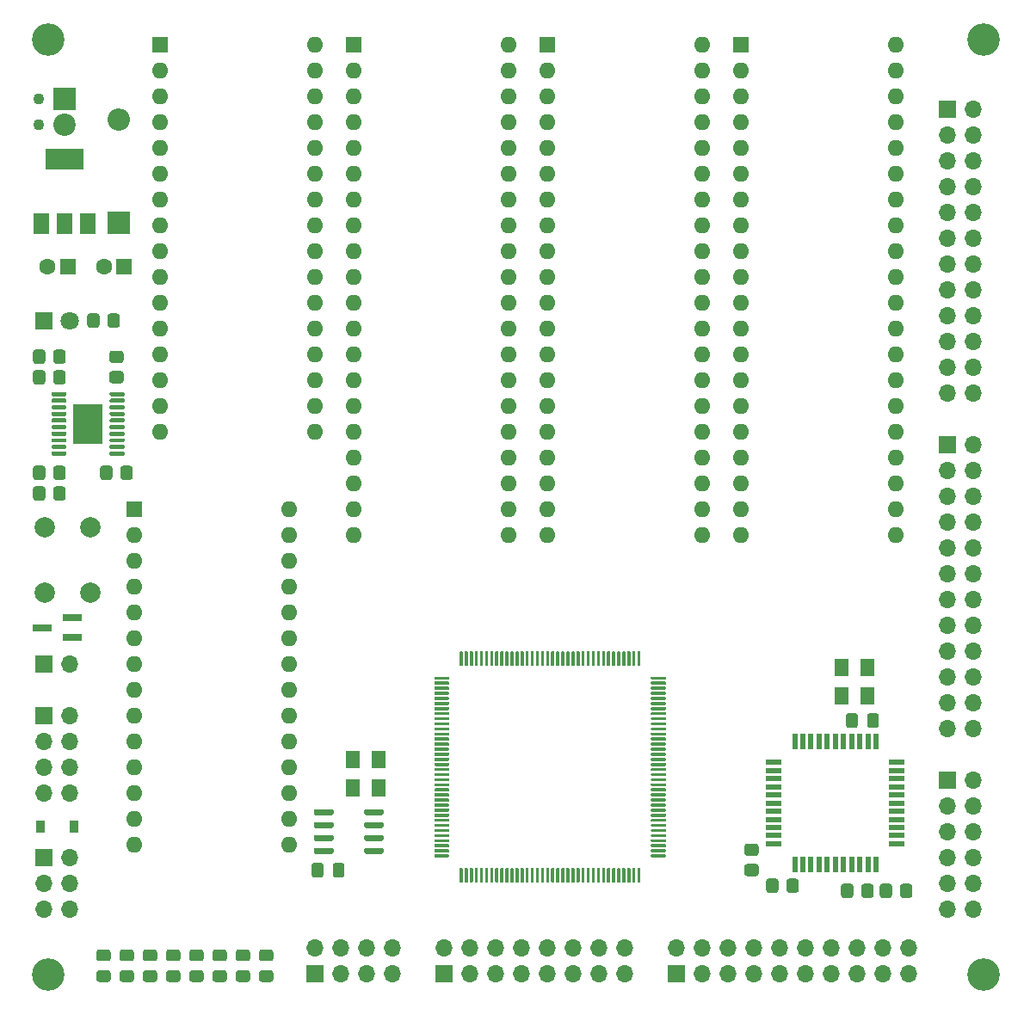
<source format=gts>
%TF.GenerationSoftware,KiCad,Pcbnew,(5.1.10-1-10_14)*%
%TF.CreationDate,2021-08-10T22:16:19+10:00*%
%TF.ProjectId,pda6502v2,70646136-3530-4327-9632-2e6b69636164,rev?*%
%TF.SameCoordinates,Original*%
%TF.FileFunction,Soldermask,Top*%
%TF.FilePolarity,Negative*%
%FSLAX46Y46*%
G04 Gerber Fmt 4.6, Leading zero omitted, Abs format (unit mm)*
G04 Created by KiCad (PCBNEW (5.1.10-1-10_14)) date 2021-08-10 22:16:19*
%MOMM*%
%LPD*%
G01*
G04 APERTURE LIST*
%ADD10C,1.100000*%
%ADD11C,2.200000*%
%ADD12R,2.200000X2.200000*%
%ADD13O,2.200000X2.200000*%
%ADD14R,1.500000X2.000000*%
%ADD15R,3.800000X2.000000*%
%ADD16C,1.600000*%
%ADD17R,1.600000X1.600000*%
%ADD18C,1.800000*%
%ADD19R,1.800000X1.800000*%
%ADD20R,2.850000X4.000000*%
%ADD21R,1.900000X0.800000*%
%ADD22O,1.700000X1.700000*%
%ADD23R,1.700000X1.700000*%
%ADD24C,2.000000*%
%ADD25R,0.520000X1.500000*%
%ADD26R,1.500000X0.520000*%
%ADD27O,1.600000X1.600000*%
%ADD28R,1.400000X1.800000*%
%ADD29R,0.900000X1.200000*%
%ADD30C,3.200000*%
G04 APERTURE END LIST*
%TO.C,U7*%
G36*
G01*
X128122000Y-120165000D02*
X128122000Y-119865000D01*
G75*
G02*
X128272000Y-119715000I150000J0D01*
G01*
X129922000Y-119715000D01*
G75*
G02*
X130072000Y-119865000I0J-150000D01*
G01*
X130072000Y-120165000D01*
G75*
G02*
X129922000Y-120315000I-150000J0D01*
G01*
X128272000Y-120315000D01*
G75*
G02*
X128122000Y-120165000I0J150000D01*
G01*
G37*
G36*
G01*
X128122000Y-121435000D02*
X128122000Y-121135000D01*
G75*
G02*
X128272000Y-120985000I150000J0D01*
G01*
X129922000Y-120985000D01*
G75*
G02*
X130072000Y-121135000I0J-150000D01*
G01*
X130072000Y-121435000D01*
G75*
G02*
X129922000Y-121585000I-150000J0D01*
G01*
X128272000Y-121585000D01*
G75*
G02*
X128122000Y-121435000I0J150000D01*
G01*
G37*
G36*
G01*
X128122000Y-122705000D02*
X128122000Y-122405000D01*
G75*
G02*
X128272000Y-122255000I150000J0D01*
G01*
X129922000Y-122255000D01*
G75*
G02*
X130072000Y-122405000I0J-150000D01*
G01*
X130072000Y-122705000D01*
G75*
G02*
X129922000Y-122855000I-150000J0D01*
G01*
X128272000Y-122855000D01*
G75*
G02*
X128122000Y-122705000I0J150000D01*
G01*
G37*
G36*
G01*
X128122000Y-123975000D02*
X128122000Y-123675000D01*
G75*
G02*
X128272000Y-123525000I150000J0D01*
G01*
X129922000Y-123525000D01*
G75*
G02*
X130072000Y-123675000I0J-150000D01*
G01*
X130072000Y-123975000D01*
G75*
G02*
X129922000Y-124125000I-150000J0D01*
G01*
X128272000Y-124125000D01*
G75*
G02*
X128122000Y-123975000I0J150000D01*
G01*
G37*
G36*
G01*
X133072000Y-123975000D02*
X133072000Y-123675000D01*
G75*
G02*
X133222000Y-123525000I150000J0D01*
G01*
X134872000Y-123525000D01*
G75*
G02*
X135022000Y-123675000I0J-150000D01*
G01*
X135022000Y-123975000D01*
G75*
G02*
X134872000Y-124125000I-150000J0D01*
G01*
X133222000Y-124125000D01*
G75*
G02*
X133072000Y-123975000I0J150000D01*
G01*
G37*
G36*
G01*
X133072000Y-122705000D02*
X133072000Y-122405000D01*
G75*
G02*
X133222000Y-122255000I150000J0D01*
G01*
X134872000Y-122255000D01*
G75*
G02*
X135022000Y-122405000I0J-150000D01*
G01*
X135022000Y-122705000D01*
G75*
G02*
X134872000Y-122855000I-150000J0D01*
G01*
X133222000Y-122855000D01*
G75*
G02*
X133072000Y-122705000I0J150000D01*
G01*
G37*
G36*
G01*
X133072000Y-121435000D02*
X133072000Y-121135000D01*
G75*
G02*
X133222000Y-120985000I150000J0D01*
G01*
X134872000Y-120985000D01*
G75*
G02*
X135022000Y-121135000I0J-150000D01*
G01*
X135022000Y-121435000D01*
G75*
G02*
X134872000Y-121585000I-150000J0D01*
G01*
X133222000Y-121585000D01*
G75*
G02*
X133072000Y-121435000I0J150000D01*
G01*
G37*
G36*
G01*
X133072000Y-120165000D02*
X133072000Y-119865000D01*
G75*
G02*
X133222000Y-119715000I150000J0D01*
G01*
X134872000Y-119715000D01*
G75*
G02*
X135022000Y-119865000I0J-150000D01*
G01*
X135022000Y-120165000D01*
G75*
G02*
X134872000Y-120315000I-150000J0D01*
G01*
X133222000Y-120315000D01*
G75*
G02*
X133072000Y-120165000I0J150000D01*
G01*
G37*
%TD*%
%TO.C,C10*%
G36*
G01*
X131165000Y-125255000D02*
X131165000Y-126205000D01*
G75*
G02*
X130915000Y-126455000I-250000J0D01*
G01*
X130240000Y-126455000D01*
G75*
G02*
X129990000Y-126205000I0J250000D01*
G01*
X129990000Y-125255000D01*
G75*
G02*
X130240000Y-125005000I250000J0D01*
G01*
X130915000Y-125005000D01*
G75*
G02*
X131165000Y-125255000I0J-250000D01*
G01*
G37*
G36*
G01*
X129090000Y-125255000D02*
X129090000Y-126205000D01*
G75*
G02*
X128840000Y-126455000I-250000J0D01*
G01*
X128165000Y-126455000D01*
G75*
G02*
X127915000Y-126205000I0J250000D01*
G01*
X127915000Y-125255000D01*
G75*
G02*
X128165000Y-125005000I250000J0D01*
G01*
X128840000Y-125005000D01*
G75*
G02*
X129090000Y-125255000I0J-250000D01*
G01*
G37*
%TD*%
%TO.C,C3*%
G36*
G01*
X180493000Y-111473000D02*
X180493000Y-110523000D01*
G75*
G02*
X180743000Y-110273000I250000J0D01*
G01*
X181418000Y-110273000D01*
G75*
G02*
X181668000Y-110523000I0J-250000D01*
G01*
X181668000Y-111473000D01*
G75*
G02*
X181418000Y-111723000I-250000J0D01*
G01*
X180743000Y-111723000D01*
G75*
G02*
X180493000Y-111473000I0J250000D01*
G01*
G37*
G36*
G01*
X182568000Y-111473000D02*
X182568000Y-110523000D01*
G75*
G02*
X182818000Y-110273000I250000J0D01*
G01*
X183493000Y-110273000D01*
G75*
G02*
X183743000Y-110523000I0J-250000D01*
G01*
X183743000Y-111473000D01*
G75*
G02*
X183493000Y-111723000I-250000J0D01*
G01*
X182818000Y-111723000D01*
G75*
G02*
X182568000Y-111473000I0J250000D01*
G01*
G37*
%TD*%
D10*
%TO.C,J4*%
X101092000Y-52324000D03*
D11*
X103632000Y-52324000D03*
D10*
X101092000Y-49784000D03*
D12*
X103632000Y-49784000D03*
%TD*%
%TO.C,D1*%
X108966000Y-61976000D03*
D13*
X108966000Y-51816000D03*
%TD*%
D14*
%TO.C,U9*%
X101332000Y-62078000D03*
X105932000Y-62078000D03*
X103632000Y-62078000D03*
D15*
X103632000Y-55778000D03*
%TD*%
D16*
%TO.C,C13*%
X101918000Y-66294000D03*
D17*
X103918000Y-66294000D03*
%TD*%
D16*
%TO.C,C12*%
X107474000Y-66294000D03*
D17*
X109474000Y-66294000D03*
%TD*%
D18*
%TO.C,D2*%
X104140000Y-71628000D03*
D19*
X101600000Y-71628000D03*
%TD*%
%TO.C,U10*%
G36*
G01*
X102318000Y-78963000D02*
X102318000Y-78763000D01*
G75*
G02*
X102418000Y-78663000I100000J0D01*
G01*
X103693000Y-78663000D01*
G75*
G02*
X103793000Y-78763000I0J-100000D01*
G01*
X103793000Y-78963000D01*
G75*
G02*
X103693000Y-79063000I-100000J0D01*
G01*
X102418000Y-79063000D01*
G75*
G02*
X102318000Y-78963000I0J100000D01*
G01*
G37*
G36*
G01*
X102318000Y-79613000D02*
X102318000Y-79413000D01*
G75*
G02*
X102418000Y-79313000I100000J0D01*
G01*
X103693000Y-79313000D01*
G75*
G02*
X103793000Y-79413000I0J-100000D01*
G01*
X103793000Y-79613000D01*
G75*
G02*
X103693000Y-79713000I-100000J0D01*
G01*
X102418000Y-79713000D01*
G75*
G02*
X102318000Y-79613000I0J100000D01*
G01*
G37*
G36*
G01*
X102318000Y-80263000D02*
X102318000Y-80063000D01*
G75*
G02*
X102418000Y-79963000I100000J0D01*
G01*
X103693000Y-79963000D01*
G75*
G02*
X103793000Y-80063000I0J-100000D01*
G01*
X103793000Y-80263000D01*
G75*
G02*
X103693000Y-80363000I-100000J0D01*
G01*
X102418000Y-80363000D01*
G75*
G02*
X102318000Y-80263000I0J100000D01*
G01*
G37*
G36*
G01*
X102318000Y-80913000D02*
X102318000Y-80713000D01*
G75*
G02*
X102418000Y-80613000I100000J0D01*
G01*
X103693000Y-80613000D01*
G75*
G02*
X103793000Y-80713000I0J-100000D01*
G01*
X103793000Y-80913000D01*
G75*
G02*
X103693000Y-81013000I-100000J0D01*
G01*
X102418000Y-81013000D01*
G75*
G02*
X102318000Y-80913000I0J100000D01*
G01*
G37*
G36*
G01*
X102318000Y-81563000D02*
X102318000Y-81363000D01*
G75*
G02*
X102418000Y-81263000I100000J0D01*
G01*
X103693000Y-81263000D01*
G75*
G02*
X103793000Y-81363000I0J-100000D01*
G01*
X103793000Y-81563000D01*
G75*
G02*
X103693000Y-81663000I-100000J0D01*
G01*
X102418000Y-81663000D01*
G75*
G02*
X102318000Y-81563000I0J100000D01*
G01*
G37*
G36*
G01*
X102318000Y-82213000D02*
X102318000Y-82013000D01*
G75*
G02*
X102418000Y-81913000I100000J0D01*
G01*
X103693000Y-81913000D01*
G75*
G02*
X103793000Y-82013000I0J-100000D01*
G01*
X103793000Y-82213000D01*
G75*
G02*
X103693000Y-82313000I-100000J0D01*
G01*
X102418000Y-82313000D01*
G75*
G02*
X102318000Y-82213000I0J100000D01*
G01*
G37*
G36*
G01*
X102318000Y-82863000D02*
X102318000Y-82663000D01*
G75*
G02*
X102418000Y-82563000I100000J0D01*
G01*
X103693000Y-82563000D01*
G75*
G02*
X103793000Y-82663000I0J-100000D01*
G01*
X103793000Y-82863000D01*
G75*
G02*
X103693000Y-82963000I-100000J0D01*
G01*
X102418000Y-82963000D01*
G75*
G02*
X102318000Y-82863000I0J100000D01*
G01*
G37*
G36*
G01*
X102318000Y-83513000D02*
X102318000Y-83313000D01*
G75*
G02*
X102418000Y-83213000I100000J0D01*
G01*
X103693000Y-83213000D01*
G75*
G02*
X103793000Y-83313000I0J-100000D01*
G01*
X103793000Y-83513000D01*
G75*
G02*
X103693000Y-83613000I-100000J0D01*
G01*
X102418000Y-83613000D01*
G75*
G02*
X102318000Y-83513000I0J100000D01*
G01*
G37*
G36*
G01*
X102318000Y-84163000D02*
X102318000Y-83963000D01*
G75*
G02*
X102418000Y-83863000I100000J0D01*
G01*
X103693000Y-83863000D01*
G75*
G02*
X103793000Y-83963000I0J-100000D01*
G01*
X103793000Y-84163000D01*
G75*
G02*
X103693000Y-84263000I-100000J0D01*
G01*
X102418000Y-84263000D01*
G75*
G02*
X102318000Y-84163000I0J100000D01*
G01*
G37*
G36*
G01*
X102318000Y-84813000D02*
X102318000Y-84613000D01*
G75*
G02*
X102418000Y-84513000I100000J0D01*
G01*
X103693000Y-84513000D01*
G75*
G02*
X103793000Y-84613000I0J-100000D01*
G01*
X103793000Y-84813000D01*
G75*
G02*
X103693000Y-84913000I-100000J0D01*
G01*
X102418000Y-84913000D01*
G75*
G02*
X102318000Y-84813000I0J100000D01*
G01*
G37*
G36*
G01*
X108043000Y-84813000D02*
X108043000Y-84613000D01*
G75*
G02*
X108143000Y-84513000I100000J0D01*
G01*
X109418000Y-84513000D01*
G75*
G02*
X109518000Y-84613000I0J-100000D01*
G01*
X109518000Y-84813000D01*
G75*
G02*
X109418000Y-84913000I-100000J0D01*
G01*
X108143000Y-84913000D01*
G75*
G02*
X108043000Y-84813000I0J100000D01*
G01*
G37*
G36*
G01*
X108043000Y-84163000D02*
X108043000Y-83963000D01*
G75*
G02*
X108143000Y-83863000I100000J0D01*
G01*
X109418000Y-83863000D01*
G75*
G02*
X109518000Y-83963000I0J-100000D01*
G01*
X109518000Y-84163000D01*
G75*
G02*
X109418000Y-84263000I-100000J0D01*
G01*
X108143000Y-84263000D01*
G75*
G02*
X108043000Y-84163000I0J100000D01*
G01*
G37*
G36*
G01*
X108043000Y-83513000D02*
X108043000Y-83313000D01*
G75*
G02*
X108143000Y-83213000I100000J0D01*
G01*
X109418000Y-83213000D01*
G75*
G02*
X109518000Y-83313000I0J-100000D01*
G01*
X109518000Y-83513000D01*
G75*
G02*
X109418000Y-83613000I-100000J0D01*
G01*
X108143000Y-83613000D01*
G75*
G02*
X108043000Y-83513000I0J100000D01*
G01*
G37*
G36*
G01*
X108043000Y-82863000D02*
X108043000Y-82663000D01*
G75*
G02*
X108143000Y-82563000I100000J0D01*
G01*
X109418000Y-82563000D01*
G75*
G02*
X109518000Y-82663000I0J-100000D01*
G01*
X109518000Y-82863000D01*
G75*
G02*
X109418000Y-82963000I-100000J0D01*
G01*
X108143000Y-82963000D01*
G75*
G02*
X108043000Y-82863000I0J100000D01*
G01*
G37*
G36*
G01*
X108043000Y-82213000D02*
X108043000Y-82013000D01*
G75*
G02*
X108143000Y-81913000I100000J0D01*
G01*
X109418000Y-81913000D01*
G75*
G02*
X109518000Y-82013000I0J-100000D01*
G01*
X109518000Y-82213000D01*
G75*
G02*
X109418000Y-82313000I-100000J0D01*
G01*
X108143000Y-82313000D01*
G75*
G02*
X108043000Y-82213000I0J100000D01*
G01*
G37*
G36*
G01*
X108043000Y-81563000D02*
X108043000Y-81363000D01*
G75*
G02*
X108143000Y-81263000I100000J0D01*
G01*
X109418000Y-81263000D01*
G75*
G02*
X109518000Y-81363000I0J-100000D01*
G01*
X109518000Y-81563000D01*
G75*
G02*
X109418000Y-81663000I-100000J0D01*
G01*
X108143000Y-81663000D01*
G75*
G02*
X108043000Y-81563000I0J100000D01*
G01*
G37*
G36*
G01*
X108043000Y-80913000D02*
X108043000Y-80713000D01*
G75*
G02*
X108143000Y-80613000I100000J0D01*
G01*
X109418000Y-80613000D01*
G75*
G02*
X109518000Y-80713000I0J-100000D01*
G01*
X109518000Y-80913000D01*
G75*
G02*
X109418000Y-81013000I-100000J0D01*
G01*
X108143000Y-81013000D01*
G75*
G02*
X108043000Y-80913000I0J100000D01*
G01*
G37*
G36*
G01*
X108043000Y-80263000D02*
X108043000Y-80063000D01*
G75*
G02*
X108143000Y-79963000I100000J0D01*
G01*
X109418000Y-79963000D01*
G75*
G02*
X109518000Y-80063000I0J-100000D01*
G01*
X109518000Y-80263000D01*
G75*
G02*
X109418000Y-80363000I-100000J0D01*
G01*
X108143000Y-80363000D01*
G75*
G02*
X108043000Y-80263000I0J100000D01*
G01*
G37*
G36*
G01*
X108043000Y-79613000D02*
X108043000Y-79413000D01*
G75*
G02*
X108143000Y-79313000I100000J0D01*
G01*
X109418000Y-79313000D01*
G75*
G02*
X109518000Y-79413000I0J-100000D01*
G01*
X109518000Y-79613000D01*
G75*
G02*
X109418000Y-79713000I-100000J0D01*
G01*
X108143000Y-79713000D01*
G75*
G02*
X108043000Y-79613000I0J100000D01*
G01*
G37*
G36*
G01*
X108043000Y-78963000D02*
X108043000Y-78763000D01*
G75*
G02*
X108143000Y-78663000I100000J0D01*
G01*
X109418000Y-78663000D01*
G75*
G02*
X109518000Y-78763000I0J-100000D01*
G01*
X109518000Y-78963000D01*
G75*
G02*
X109418000Y-79063000I-100000J0D01*
G01*
X108143000Y-79063000D01*
G75*
G02*
X108043000Y-78963000I0J100000D01*
G01*
G37*
D20*
X105918000Y-81788000D03*
%TD*%
D21*
%TO.C,U4*%
X101370000Y-101854000D03*
X104370000Y-100904000D03*
X104370000Y-102804000D03*
%TD*%
D22*
%TO.C,SW2*%
X104140000Y-105410000D03*
D23*
X101600000Y-105410000D03*
%TD*%
%TO.C,R26*%
G36*
G01*
X101708000Y-86163999D02*
X101708000Y-87064001D01*
G75*
G02*
X101458001Y-87314000I-249999J0D01*
G01*
X100757999Y-87314000D01*
G75*
G02*
X100508000Y-87064001I0J249999D01*
G01*
X100508000Y-86163999D01*
G75*
G02*
X100757999Y-85914000I249999J0D01*
G01*
X101458001Y-85914000D01*
G75*
G02*
X101708000Y-86163999I0J-249999D01*
G01*
G37*
G36*
G01*
X103708000Y-86163999D02*
X103708000Y-87064001D01*
G75*
G02*
X103458001Y-87314000I-249999J0D01*
G01*
X102757999Y-87314000D01*
G75*
G02*
X102508000Y-87064001I0J249999D01*
G01*
X102508000Y-86163999D01*
G75*
G02*
X102757999Y-85914000I249999J0D01*
G01*
X103458001Y-85914000D01*
G75*
G02*
X103708000Y-86163999I0J-249999D01*
G01*
G37*
%TD*%
%TO.C,R3*%
G36*
G01*
X181210000Y-127311999D02*
X181210000Y-128212001D01*
G75*
G02*
X180960001Y-128462000I-249999J0D01*
G01*
X180259999Y-128462000D01*
G75*
G02*
X180010000Y-128212001I0J249999D01*
G01*
X180010000Y-127311999D01*
G75*
G02*
X180259999Y-127062000I249999J0D01*
G01*
X180960001Y-127062000D01*
G75*
G02*
X181210000Y-127311999I0J-249999D01*
G01*
G37*
G36*
G01*
X183210000Y-127311999D02*
X183210000Y-128212001D01*
G75*
G02*
X182960001Y-128462000I-249999J0D01*
G01*
X182259999Y-128462000D01*
G75*
G02*
X182010000Y-128212001I0J249999D01*
G01*
X182010000Y-127311999D01*
G75*
G02*
X182259999Y-127062000I249999J0D01*
G01*
X182960001Y-127062000D01*
G75*
G02*
X183210000Y-127311999I0J-249999D01*
G01*
G37*
%TD*%
%TO.C,R27*%
G36*
G01*
X102508000Y-89096001D02*
X102508000Y-88195999D01*
G75*
G02*
X102757999Y-87946000I249999J0D01*
G01*
X103458001Y-87946000D01*
G75*
G02*
X103708000Y-88195999I0J-249999D01*
G01*
X103708000Y-89096001D01*
G75*
G02*
X103458001Y-89346000I-249999J0D01*
G01*
X102757999Y-89346000D01*
G75*
G02*
X102508000Y-89096001I0J249999D01*
G01*
G37*
G36*
G01*
X100508000Y-89096001D02*
X100508000Y-88195999D01*
G75*
G02*
X100757999Y-87946000I249999J0D01*
G01*
X101458001Y-87946000D01*
G75*
G02*
X101708000Y-88195999I0J-249999D01*
G01*
X101708000Y-89096001D01*
G75*
G02*
X101458001Y-89346000I-249999J0D01*
G01*
X100757999Y-89346000D01*
G75*
G02*
X100508000Y-89096001I0J249999D01*
G01*
G37*
%TD*%
%TO.C,R25*%
G36*
G01*
X102508000Y-75634001D02*
X102508000Y-74733999D01*
G75*
G02*
X102757999Y-74484000I249999J0D01*
G01*
X103458001Y-74484000D01*
G75*
G02*
X103708000Y-74733999I0J-249999D01*
G01*
X103708000Y-75634001D01*
G75*
G02*
X103458001Y-75884000I-249999J0D01*
G01*
X102757999Y-75884000D01*
G75*
G02*
X102508000Y-75634001I0J249999D01*
G01*
G37*
G36*
G01*
X100508000Y-75634001D02*
X100508000Y-74733999D01*
G75*
G02*
X100757999Y-74484000I249999J0D01*
G01*
X101458001Y-74484000D01*
G75*
G02*
X101708000Y-74733999I0J-249999D01*
G01*
X101708000Y-75634001D01*
G75*
G02*
X101458001Y-75884000I-249999J0D01*
G01*
X100757999Y-75884000D01*
G75*
G02*
X100508000Y-75634001I0J249999D01*
G01*
G37*
%TD*%
%TO.C,R24*%
G36*
G01*
X101708000Y-76765999D02*
X101708000Y-77666001D01*
G75*
G02*
X101458001Y-77916000I-249999J0D01*
G01*
X100757999Y-77916000D01*
G75*
G02*
X100508000Y-77666001I0J249999D01*
G01*
X100508000Y-76765999D01*
G75*
G02*
X100757999Y-76516000I249999J0D01*
G01*
X101458001Y-76516000D01*
G75*
G02*
X101708000Y-76765999I0J-249999D01*
G01*
G37*
G36*
G01*
X103708000Y-76765999D02*
X103708000Y-77666001D01*
G75*
G02*
X103458001Y-77916000I-249999J0D01*
G01*
X102757999Y-77916000D01*
G75*
G02*
X102508000Y-77666001I0J249999D01*
G01*
X102508000Y-76765999D01*
G75*
G02*
X102757999Y-76516000I249999J0D01*
G01*
X103458001Y-76516000D01*
G75*
G02*
X103708000Y-76765999I0J-249999D01*
G01*
G37*
%TD*%
%TO.C,R22*%
G36*
G01*
X108261999Y-76600000D02*
X109162001Y-76600000D01*
G75*
G02*
X109412000Y-76849999I0J-249999D01*
G01*
X109412000Y-77550001D01*
G75*
G02*
X109162001Y-77800000I-249999J0D01*
G01*
X108261999Y-77800000D01*
G75*
G02*
X108012000Y-77550001I0J249999D01*
G01*
X108012000Y-76849999D01*
G75*
G02*
X108261999Y-76600000I249999J0D01*
G01*
G37*
G36*
G01*
X108261999Y-74600000D02*
X109162001Y-74600000D01*
G75*
G02*
X109412000Y-74849999I0J-249999D01*
G01*
X109412000Y-75550001D01*
G75*
G02*
X109162001Y-75800000I-249999J0D01*
G01*
X108261999Y-75800000D01*
G75*
G02*
X108012000Y-75550001I0J249999D01*
G01*
X108012000Y-74849999D01*
G75*
G02*
X108261999Y-74600000I249999J0D01*
G01*
G37*
%TD*%
%TO.C,R21*%
G36*
G01*
X108312000Y-86163999D02*
X108312000Y-87064001D01*
G75*
G02*
X108062001Y-87314000I-249999J0D01*
G01*
X107361999Y-87314000D01*
G75*
G02*
X107112000Y-87064001I0J249999D01*
G01*
X107112000Y-86163999D01*
G75*
G02*
X107361999Y-85914000I249999J0D01*
G01*
X108062001Y-85914000D01*
G75*
G02*
X108312000Y-86163999I0J-249999D01*
G01*
G37*
G36*
G01*
X110312000Y-86163999D02*
X110312000Y-87064001D01*
G75*
G02*
X110062001Y-87314000I-249999J0D01*
G01*
X109361999Y-87314000D01*
G75*
G02*
X109112000Y-87064001I0J249999D01*
G01*
X109112000Y-86163999D01*
G75*
G02*
X109361999Y-85914000I249999J0D01*
G01*
X110062001Y-85914000D01*
G75*
G02*
X110312000Y-86163999I0J-249999D01*
G01*
G37*
%TD*%
%TO.C,R28*%
G36*
G01*
X107842000Y-72078001D02*
X107842000Y-71177999D01*
G75*
G02*
X108091999Y-70928000I249999J0D01*
G01*
X108792001Y-70928000D01*
G75*
G02*
X109042000Y-71177999I0J-249999D01*
G01*
X109042000Y-72078001D01*
G75*
G02*
X108792001Y-72328000I-249999J0D01*
G01*
X108091999Y-72328000D01*
G75*
G02*
X107842000Y-72078001I0J249999D01*
G01*
G37*
G36*
G01*
X105842000Y-72078001D02*
X105842000Y-71177999D01*
G75*
G02*
X106091999Y-70928000I249999J0D01*
G01*
X106792001Y-70928000D01*
G75*
G02*
X107042000Y-71177999I0J-249999D01*
G01*
X107042000Y-72078001D01*
G75*
G02*
X106792001Y-72328000I-249999J0D01*
G01*
X106091999Y-72328000D01*
G75*
G02*
X105842000Y-72078001I0J249999D01*
G01*
G37*
%TD*%
%TO.C,R4*%
G36*
G01*
X170745999Y-125114000D02*
X171646001Y-125114000D01*
G75*
G02*
X171896000Y-125363999I0J-249999D01*
G01*
X171896000Y-126064001D01*
G75*
G02*
X171646001Y-126314000I-249999J0D01*
G01*
X170745999Y-126314000D01*
G75*
G02*
X170496000Y-126064001I0J249999D01*
G01*
X170496000Y-125363999D01*
G75*
G02*
X170745999Y-125114000I249999J0D01*
G01*
G37*
G36*
G01*
X170745999Y-123114000D02*
X171646001Y-123114000D01*
G75*
G02*
X171896000Y-123363999I0J-249999D01*
G01*
X171896000Y-124064001D01*
G75*
G02*
X171646001Y-124314000I-249999J0D01*
G01*
X170745999Y-124314000D01*
G75*
G02*
X170496000Y-124064001I0J249999D01*
G01*
X170496000Y-123363999D01*
G75*
G02*
X170745999Y-123114000I249999J0D01*
G01*
G37*
%TD*%
%TO.C,R2*%
G36*
G01*
X173844000Y-126803999D02*
X173844000Y-127704001D01*
G75*
G02*
X173594001Y-127954000I-249999J0D01*
G01*
X172893999Y-127954000D01*
G75*
G02*
X172644000Y-127704001I0J249999D01*
G01*
X172644000Y-126803999D01*
G75*
G02*
X172893999Y-126554000I249999J0D01*
G01*
X173594001Y-126554000D01*
G75*
G02*
X173844000Y-126803999I0J-249999D01*
G01*
G37*
G36*
G01*
X175844000Y-126803999D02*
X175844000Y-127704001D01*
G75*
G02*
X175594001Y-127954000I-249999J0D01*
G01*
X174893999Y-127954000D01*
G75*
G02*
X174644000Y-127704001I0J249999D01*
G01*
X174644000Y-126803999D01*
G75*
G02*
X174893999Y-126554000I249999J0D01*
G01*
X175594001Y-126554000D01*
G75*
G02*
X175844000Y-126803999I0J-249999D01*
G01*
G37*
%TD*%
%TO.C,R1*%
G36*
G01*
X185820000Y-128212001D02*
X185820000Y-127311999D01*
G75*
G02*
X186069999Y-127062000I249999J0D01*
G01*
X186770001Y-127062000D01*
G75*
G02*
X187020000Y-127311999I0J-249999D01*
G01*
X187020000Y-128212001D01*
G75*
G02*
X186770001Y-128462000I-249999J0D01*
G01*
X186069999Y-128462000D01*
G75*
G02*
X185820000Y-128212001I0J249999D01*
G01*
G37*
G36*
G01*
X183820000Y-128212001D02*
X183820000Y-127311999D01*
G75*
G02*
X184069999Y-127062000I249999J0D01*
G01*
X184770001Y-127062000D01*
G75*
G02*
X185020000Y-127311999I0J-249999D01*
G01*
X185020000Y-128212001D01*
G75*
G02*
X184770001Y-128462000I-249999J0D01*
G01*
X184069999Y-128462000D01*
G75*
G02*
X183820000Y-128212001I0J249999D01*
G01*
G37*
%TD*%
D24*
%TO.C,SW1*%
X106172000Y-98448000D03*
X101672000Y-98448000D03*
X106172000Y-91948000D03*
X101672000Y-91948000D03*
%TD*%
%TO.C,U8*%
G36*
G01*
X142484000Y-105570000D02*
X142484000Y-104245000D01*
G75*
G02*
X142559000Y-104170000I75000J0D01*
G01*
X142709000Y-104170000D01*
G75*
G02*
X142784000Y-104245000I0J-75000D01*
G01*
X142784000Y-105570000D01*
G75*
G02*
X142709000Y-105645000I-75000J0D01*
G01*
X142559000Y-105645000D01*
G75*
G02*
X142484000Y-105570000I0J75000D01*
G01*
G37*
G36*
G01*
X142984000Y-105570000D02*
X142984000Y-104245000D01*
G75*
G02*
X143059000Y-104170000I75000J0D01*
G01*
X143209000Y-104170000D01*
G75*
G02*
X143284000Y-104245000I0J-75000D01*
G01*
X143284000Y-105570000D01*
G75*
G02*
X143209000Y-105645000I-75000J0D01*
G01*
X143059000Y-105645000D01*
G75*
G02*
X142984000Y-105570000I0J75000D01*
G01*
G37*
G36*
G01*
X143484000Y-105570000D02*
X143484000Y-104245000D01*
G75*
G02*
X143559000Y-104170000I75000J0D01*
G01*
X143709000Y-104170000D01*
G75*
G02*
X143784000Y-104245000I0J-75000D01*
G01*
X143784000Y-105570000D01*
G75*
G02*
X143709000Y-105645000I-75000J0D01*
G01*
X143559000Y-105645000D01*
G75*
G02*
X143484000Y-105570000I0J75000D01*
G01*
G37*
G36*
G01*
X143984000Y-105570000D02*
X143984000Y-104245000D01*
G75*
G02*
X144059000Y-104170000I75000J0D01*
G01*
X144209000Y-104170000D01*
G75*
G02*
X144284000Y-104245000I0J-75000D01*
G01*
X144284000Y-105570000D01*
G75*
G02*
X144209000Y-105645000I-75000J0D01*
G01*
X144059000Y-105645000D01*
G75*
G02*
X143984000Y-105570000I0J75000D01*
G01*
G37*
G36*
G01*
X144484000Y-105570000D02*
X144484000Y-104245000D01*
G75*
G02*
X144559000Y-104170000I75000J0D01*
G01*
X144709000Y-104170000D01*
G75*
G02*
X144784000Y-104245000I0J-75000D01*
G01*
X144784000Y-105570000D01*
G75*
G02*
X144709000Y-105645000I-75000J0D01*
G01*
X144559000Y-105645000D01*
G75*
G02*
X144484000Y-105570000I0J75000D01*
G01*
G37*
G36*
G01*
X144984000Y-105570000D02*
X144984000Y-104245000D01*
G75*
G02*
X145059000Y-104170000I75000J0D01*
G01*
X145209000Y-104170000D01*
G75*
G02*
X145284000Y-104245000I0J-75000D01*
G01*
X145284000Y-105570000D01*
G75*
G02*
X145209000Y-105645000I-75000J0D01*
G01*
X145059000Y-105645000D01*
G75*
G02*
X144984000Y-105570000I0J75000D01*
G01*
G37*
G36*
G01*
X145484000Y-105570000D02*
X145484000Y-104245000D01*
G75*
G02*
X145559000Y-104170000I75000J0D01*
G01*
X145709000Y-104170000D01*
G75*
G02*
X145784000Y-104245000I0J-75000D01*
G01*
X145784000Y-105570000D01*
G75*
G02*
X145709000Y-105645000I-75000J0D01*
G01*
X145559000Y-105645000D01*
G75*
G02*
X145484000Y-105570000I0J75000D01*
G01*
G37*
G36*
G01*
X145984000Y-105570000D02*
X145984000Y-104245000D01*
G75*
G02*
X146059000Y-104170000I75000J0D01*
G01*
X146209000Y-104170000D01*
G75*
G02*
X146284000Y-104245000I0J-75000D01*
G01*
X146284000Y-105570000D01*
G75*
G02*
X146209000Y-105645000I-75000J0D01*
G01*
X146059000Y-105645000D01*
G75*
G02*
X145984000Y-105570000I0J75000D01*
G01*
G37*
G36*
G01*
X146484000Y-105570000D02*
X146484000Y-104245000D01*
G75*
G02*
X146559000Y-104170000I75000J0D01*
G01*
X146709000Y-104170000D01*
G75*
G02*
X146784000Y-104245000I0J-75000D01*
G01*
X146784000Y-105570000D01*
G75*
G02*
X146709000Y-105645000I-75000J0D01*
G01*
X146559000Y-105645000D01*
G75*
G02*
X146484000Y-105570000I0J75000D01*
G01*
G37*
G36*
G01*
X146984000Y-105570000D02*
X146984000Y-104245000D01*
G75*
G02*
X147059000Y-104170000I75000J0D01*
G01*
X147209000Y-104170000D01*
G75*
G02*
X147284000Y-104245000I0J-75000D01*
G01*
X147284000Y-105570000D01*
G75*
G02*
X147209000Y-105645000I-75000J0D01*
G01*
X147059000Y-105645000D01*
G75*
G02*
X146984000Y-105570000I0J75000D01*
G01*
G37*
G36*
G01*
X147484000Y-105570000D02*
X147484000Y-104245000D01*
G75*
G02*
X147559000Y-104170000I75000J0D01*
G01*
X147709000Y-104170000D01*
G75*
G02*
X147784000Y-104245000I0J-75000D01*
G01*
X147784000Y-105570000D01*
G75*
G02*
X147709000Y-105645000I-75000J0D01*
G01*
X147559000Y-105645000D01*
G75*
G02*
X147484000Y-105570000I0J75000D01*
G01*
G37*
G36*
G01*
X147984000Y-105570000D02*
X147984000Y-104245000D01*
G75*
G02*
X148059000Y-104170000I75000J0D01*
G01*
X148209000Y-104170000D01*
G75*
G02*
X148284000Y-104245000I0J-75000D01*
G01*
X148284000Y-105570000D01*
G75*
G02*
X148209000Y-105645000I-75000J0D01*
G01*
X148059000Y-105645000D01*
G75*
G02*
X147984000Y-105570000I0J75000D01*
G01*
G37*
G36*
G01*
X148484000Y-105570000D02*
X148484000Y-104245000D01*
G75*
G02*
X148559000Y-104170000I75000J0D01*
G01*
X148709000Y-104170000D01*
G75*
G02*
X148784000Y-104245000I0J-75000D01*
G01*
X148784000Y-105570000D01*
G75*
G02*
X148709000Y-105645000I-75000J0D01*
G01*
X148559000Y-105645000D01*
G75*
G02*
X148484000Y-105570000I0J75000D01*
G01*
G37*
G36*
G01*
X148984000Y-105570000D02*
X148984000Y-104245000D01*
G75*
G02*
X149059000Y-104170000I75000J0D01*
G01*
X149209000Y-104170000D01*
G75*
G02*
X149284000Y-104245000I0J-75000D01*
G01*
X149284000Y-105570000D01*
G75*
G02*
X149209000Y-105645000I-75000J0D01*
G01*
X149059000Y-105645000D01*
G75*
G02*
X148984000Y-105570000I0J75000D01*
G01*
G37*
G36*
G01*
X149484000Y-105570000D02*
X149484000Y-104245000D01*
G75*
G02*
X149559000Y-104170000I75000J0D01*
G01*
X149709000Y-104170000D01*
G75*
G02*
X149784000Y-104245000I0J-75000D01*
G01*
X149784000Y-105570000D01*
G75*
G02*
X149709000Y-105645000I-75000J0D01*
G01*
X149559000Y-105645000D01*
G75*
G02*
X149484000Y-105570000I0J75000D01*
G01*
G37*
G36*
G01*
X149984000Y-105570000D02*
X149984000Y-104245000D01*
G75*
G02*
X150059000Y-104170000I75000J0D01*
G01*
X150209000Y-104170000D01*
G75*
G02*
X150284000Y-104245000I0J-75000D01*
G01*
X150284000Y-105570000D01*
G75*
G02*
X150209000Y-105645000I-75000J0D01*
G01*
X150059000Y-105645000D01*
G75*
G02*
X149984000Y-105570000I0J75000D01*
G01*
G37*
G36*
G01*
X150484000Y-105570000D02*
X150484000Y-104245000D01*
G75*
G02*
X150559000Y-104170000I75000J0D01*
G01*
X150709000Y-104170000D01*
G75*
G02*
X150784000Y-104245000I0J-75000D01*
G01*
X150784000Y-105570000D01*
G75*
G02*
X150709000Y-105645000I-75000J0D01*
G01*
X150559000Y-105645000D01*
G75*
G02*
X150484000Y-105570000I0J75000D01*
G01*
G37*
G36*
G01*
X150984000Y-105570000D02*
X150984000Y-104245000D01*
G75*
G02*
X151059000Y-104170000I75000J0D01*
G01*
X151209000Y-104170000D01*
G75*
G02*
X151284000Y-104245000I0J-75000D01*
G01*
X151284000Y-105570000D01*
G75*
G02*
X151209000Y-105645000I-75000J0D01*
G01*
X151059000Y-105645000D01*
G75*
G02*
X150984000Y-105570000I0J75000D01*
G01*
G37*
G36*
G01*
X151484000Y-105570000D02*
X151484000Y-104245000D01*
G75*
G02*
X151559000Y-104170000I75000J0D01*
G01*
X151709000Y-104170000D01*
G75*
G02*
X151784000Y-104245000I0J-75000D01*
G01*
X151784000Y-105570000D01*
G75*
G02*
X151709000Y-105645000I-75000J0D01*
G01*
X151559000Y-105645000D01*
G75*
G02*
X151484000Y-105570000I0J75000D01*
G01*
G37*
G36*
G01*
X151984000Y-105570000D02*
X151984000Y-104245000D01*
G75*
G02*
X152059000Y-104170000I75000J0D01*
G01*
X152209000Y-104170000D01*
G75*
G02*
X152284000Y-104245000I0J-75000D01*
G01*
X152284000Y-105570000D01*
G75*
G02*
X152209000Y-105645000I-75000J0D01*
G01*
X152059000Y-105645000D01*
G75*
G02*
X151984000Y-105570000I0J75000D01*
G01*
G37*
G36*
G01*
X152484000Y-105570000D02*
X152484000Y-104245000D01*
G75*
G02*
X152559000Y-104170000I75000J0D01*
G01*
X152709000Y-104170000D01*
G75*
G02*
X152784000Y-104245000I0J-75000D01*
G01*
X152784000Y-105570000D01*
G75*
G02*
X152709000Y-105645000I-75000J0D01*
G01*
X152559000Y-105645000D01*
G75*
G02*
X152484000Y-105570000I0J75000D01*
G01*
G37*
G36*
G01*
X152984000Y-105570000D02*
X152984000Y-104245000D01*
G75*
G02*
X153059000Y-104170000I75000J0D01*
G01*
X153209000Y-104170000D01*
G75*
G02*
X153284000Y-104245000I0J-75000D01*
G01*
X153284000Y-105570000D01*
G75*
G02*
X153209000Y-105645000I-75000J0D01*
G01*
X153059000Y-105645000D01*
G75*
G02*
X152984000Y-105570000I0J75000D01*
G01*
G37*
G36*
G01*
X153484000Y-105570000D02*
X153484000Y-104245000D01*
G75*
G02*
X153559000Y-104170000I75000J0D01*
G01*
X153709000Y-104170000D01*
G75*
G02*
X153784000Y-104245000I0J-75000D01*
G01*
X153784000Y-105570000D01*
G75*
G02*
X153709000Y-105645000I-75000J0D01*
G01*
X153559000Y-105645000D01*
G75*
G02*
X153484000Y-105570000I0J75000D01*
G01*
G37*
G36*
G01*
X153984000Y-105570000D02*
X153984000Y-104245000D01*
G75*
G02*
X154059000Y-104170000I75000J0D01*
G01*
X154209000Y-104170000D01*
G75*
G02*
X154284000Y-104245000I0J-75000D01*
G01*
X154284000Y-105570000D01*
G75*
G02*
X154209000Y-105645000I-75000J0D01*
G01*
X154059000Y-105645000D01*
G75*
G02*
X153984000Y-105570000I0J75000D01*
G01*
G37*
G36*
G01*
X154484000Y-105570000D02*
X154484000Y-104245000D01*
G75*
G02*
X154559000Y-104170000I75000J0D01*
G01*
X154709000Y-104170000D01*
G75*
G02*
X154784000Y-104245000I0J-75000D01*
G01*
X154784000Y-105570000D01*
G75*
G02*
X154709000Y-105645000I-75000J0D01*
G01*
X154559000Y-105645000D01*
G75*
G02*
X154484000Y-105570000I0J75000D01*
G01*
G37*
G36*
G01*
X154984000Y-105570000D02*
X154984000Y-104245000D01*
G75*
G02*
X155059000Y-104170000I75000J0D01*
G01*
X155209000Y-104170000D01*
G75*
G02*
X155284000Y-104245000I0J-75000D01*
G01*
X155284000Y-105570000D01*
G75*
G02*
X155209000Y-105645000I-75000J0D01*
G01*
X155059000Y-105645000D01*
G75*
G02*
X154984000Y-105570000I0J75000D01*
G01*
G37*
G36*
G01*
X155484000Y-105570000D02*
X155484000Y-104245000D01*
G75*
G02*
X155559000Y-104170000I75000J0D01*
G01*
X155709000Y-104170000D01*
G75*
G02*
X155784000Y-104245000I0J-75000D01*
G01*
X155784000Y-105570000D01*
G75*
G02*
X155709000Y-105645000I-75000J0D01*
G01*
X155559000Y-105645000D01*
G75*
G02*
X155484000Y-105570000I0J75000D01*
G01*
G37*
G36*
G01*
X155984000Y-105570000D02*
X155984000Y-104245000D01*
G75*
G02*
X156059000Y-104170000I75000J0D01*
G01*
X156209000Y-104170000D01*
G75*
G02*
X156284000Y-104245000I0J-75000D01*
G01*
X156284000Y-105570000D01*
G75*
G02*
X156209000Y-105645000I-75000J0D01*
G01*
X156059000Y-105645000D01*
G75*
G02*
X155984000Y-105570000I0J75000D01*
G01*
G37*
G36*
G01*
X156484000Y-105570000D02*
X156484000Y-104245000D01*
G75*
G02*
X156559000Y-104170000I75000J0D01*
G01*
X156709000Y-104170000D01*
G75*
G02*
X156784000Y-104245000I0J-75000D01*
G01*
X156784000Y-105570000D01*
G75*
G02*
X156709000Y-105645000I-75000J0D01*
G01*
X156559000Y-105645000D01*
G75*
G02*
X156484000Y-105570000I0J75000D01*
G01*
G37*
G36*
G01*
X156984000Y-105570000D02*
X156984000Y-104245000D01*
G75*
G02*
X157059000Y-104170000I75000J0D01*
G01*
X157209000Y-104170000D01*
G75*
G02*
X157284000Y-104245000I0J-75000D01*
G01*
X157284000Y-105570000D01*
G75*
G02*
X157209000Y-105645000I-75000J0D01*
G01*
X157059000Y-105645000D01*
G75*
G02*
X156984000Y-105570000I0J75000D01*
G01*
G37*
G36*
G01*
X157484000Y-105570000D02*
X157484000Y-104245000D01*
G75*
G02*
X157559000Y-104170000I75000J0D01*
G01*
X157709000Y-104170000D01*
G75*
G02*
X157784000Y-104245000I0J-75000D01*
G01*
X157784000Y-105570000D01*
G75*
G02*
X157709000Y-105645000I-75000J0D01*
G01*
X157559000Y-105645000D01*
G75*
G02*
X157484000Y-105570000I0J75000D01*
G01*
G37*
G36*
G01*
X157984000Y-105570000D02*
X157984000Y-104245000D01*
G75*
G02*
X158059000Y-104170000I75000J0D01*
G01*
X158209000Y-104170000D01*
G75*
G02*
X158284000Y-104245000I0J-75000D01*
G01*
X158284000Y-105570000D01*
G75*
G02*
X158209000Y-105645000I-75000J0D01*
G01*
X158059000Y-105645000D01*
G75*
G02*
X157984000Y-105570000I0J75000D01*
G01*
G37*
G36*
G01*
X158484000Y-105570000D02*
X158484000Y-104245000D01*
G75*
G02*
X158559000Y-104170000I75000J0D01*
G01*
X158709000Y-104170000D01*
G75*
G02*
X158784000Y-104245000I0J-75000D01*
G01*
X158784000Y-105570000D01*
G75*
G02*
X158709000Y-105645000I-75000J0D01*
G01*
X158559000Y-105645000D01*
G75*
G02*
X158484000Y-105570000I0J75000D01*
G01*
G37*
G36*
G01*
X158984000Y-105570000D02*
X158984000Y-104245000D01*
G75*
G02*
X159059000Y-104170000I75000J0D01*
G01*
X159209000Y-104170000D01*
G75*
G02*
X159284000Y-104245000I0J-75000D01*
G01*
X159284000Y-105570000D01*
G75*
G02*
X159209000Y-105645000I-75000J0D01*
G01*
X159059000Y-105645000D01*
G75*
G02*
X158984000Y-105570000I0J75000D01*
G01*
G37*
G36*
G01*
X159484000Y-105570000D02*
X159484000Y-104245000D01*
G75*
G02*
X159559000Y-104170000I75000J0D01*
G01*
X159709000Y-104170000D01*
G75*
G02*
X159784000Y-104245000I0J-75000D01*
G01*
X159784000Y-105570000D01*
G75*
G02*
X159709000Y-105645000I-75000J0D01*
G01*
X159559000Y-105645000D01*
G75*
G02*
X159484000Y-105570000I0J75000D01*
G01*
G37*
G36*
G01*
X159984000Y-105570000D02*
X159984000Y-104245000D01*
G75*
G02*
X160059000Y-104170000I75000J0D01*
G01*
X160209000Y-104170000D01*
G75*
G02*
X160284000Y-104245000I0J-75000D01*
G01*
X160284000Y-105570000D01*
G75*
G02*
X160209000Y-105645000I-75000J0D01*
G01*
X160059000Y-105645000D01*
G75*
G02*
X159984000Y-105570000I0J75000D01*
G01*
G37*
G36*
G01*
X161309000Y-106895000D02*
X161309000Y-106745000D01*
G75*
G02*
X161384000Y-106670000I75000J0D01*
G01*
X162709000Y-106670000D01*
G75*
G02*
X162784000Y-106745000I0J-75000D01*
G01*
X162784000Y-106895000D01*
G75*
G02*
X162709000Y-106970000I-75000J0D01*
G01*
X161384000Y-106970000D01*
G75*
G02*
X161309000Y-106895000I0J75000D01*
G01*
G37*
G36*
G01*
X161309000Y-107395000D02*
X161309000Y-107245000D01*
G75*
G02*
X161384000Y-107170000I75000J0D01*
G01*
X162709000Y-107170000D01*
G75*
G02*
X162784000Y-107245000I0J-75000D01*
G01*
X162784000Y-107395000D01*
G75*
G02*
X162709000Y-107470000I-75000J0D01*
G01*
X161384000Y-107470000D01*
G75*
G02*
X161309000Y-107395000I0J75000D01*
G01*
G37*
G36*
G01*
X161309000Y-107895000D02*
X161309000Y-107745000D01*
G75*
G02*
X161384000Y-107670000I75000J0D01*
G01*
X162709000Y-107670000D01*
G75*
G02*
X162784000Y-107745000I0J-75000D01*
G01*
X162784000Y-107895000D01*
G75*
G02*
X162709000Y-107970000I-75000J0D01*
G01*
X161384000Y-107970000D01*
G75*
G02*
X161309000Y-107895000I0J75000D01*
G01*
G37*
G36*
G01*
X161309000Y-108395000D02*
X161309000Y-108245000D01*
G75*
G02*
X161384000Y-108170000I75000J0D01*
G01*
X162709000Y-108170000D01*
G75*
G02*
X162784000Y-108245000I0J-75000D01*
G01*
X162784000Y-108395000D01*
G75*
G02*
X162709000Y-108470000I-75000J0D01*
G01*
X161384000Y-108470000D01*
G75*
G02*
X161309000Y-108395000I0J75000D01*
G01*
G37*
G36*
G01*
X161309000Y-108895000D02*
X161309000Y-108745000D01*
G75*
G02*
X161384000Y-108670000I75000J0D01*
G01*
X162709000Y-108670000D01*
G75*
G02*
X162784000Y-108745000I0J-75000D01*
G01*
X162784000Y-108895000D01*
G75*
G02*
X162709000Y-108970000I-75000J0D01*
G01*
X161384000Y-108970000D01*
G75*
G02*
X161309000Y-108895000I0J75000D01*
G01*
G37*
G36*
G01*
X161309000Y-109395000D02*
X161309000Y-109245000D01*
G75*
G02*
X161384000Y-109170000I75000J0D01*
G01*
X162709000Y-109170000D01*
G75*
G02*
X162784000Y-109245000I0J-75000D01*
G01*
X162784000Y-109395000D01*
G75*
G02*
X162709000Y-109470000I-75000J0D01*
G01*
X161384000Y-109470000D01*
G75*
G02*
X161309000Y-109395000I0J75000D01*
G01*
G37*
G36*
G01*
X161309000Y-109895000D02*
X161309000Y-109745000D01*
G75*
G02*
X161384000Y-109670000I75000J0D01*
G01*
X162709000Y-109670000D01*
G75*
G02*
X162784000Y-109745000I0J-75000D01*
G01*
X162784000Y-109895000D01*
G75*
G02*
X162709000Y-109970000I-75000J0D01*
G01*
X161384000Y-109970000D01*
G75*
G02*
X161309000Y-109895000I0J75000D01*
G01*
G37*
G36*
G01*
X161309000Y-110395000D02*
X161309000Y-110245000D01*
G75*
G02*
X161384000Y-110170000I75000J0D01*
G01*
X162709000Y-110170000D01*
G75*
G02*
X162784000Y-110245000I0J-75000D01*
G01*
X162784000Y-110395000D01*
G75*
G02*
X162709000Y-110470000I-75000J0D01*
G01*
X161384000Y-110470000D01*
G75*
G02*
X161309000Y-110395000I0J75000D01*
G01*
G37*
G36*
G01*
X161309000Y-110895000D02*
X161309000Y-110745000D01*
G75*
G02*
X161384000Y-110670000I75000J0D01*
G01*
X162709000Y-110670000D01*
G75*
G02*
X162784000Y-110745000I0J-75000D01*
G01*
X162784000Y-110895000D01*
G75*
G02*
X162709000Y-110970000I-75000J0D01*
G01*
X161384000Y-110970000D01*
G75*
G02*
X161309000Y-110895000I0J75000D01*
G01*
G37*
G36*
G01*
X161309000Y-111395000D02*
X161309000Y-111245000D01*
G75*
G02*
X161384000Y-111170000I75000J0D01*
G01*
X162709000Y-111170000D01*
G75*
G02*
X162784000Y-111245000I0J-75000D01*
G01*
X162784000Y-111395000D01*
G75*
G02*
X162709000Y-111470000I-75000J0D01*
G01*
X161384000Y-111470000D01*
G75*
G02*
X161309000Y-111395000I0J75000D01*
G01*
G37*
G36*
G01*
X161309000Y-111895000D02*
X161309000Y-111745000D01*
G75*
G02*
X161384000Y-111670000I75000J0D01*
G01*
X162709000Y-111670000D01*
G75*
G02*
X162784000Y-111745000I0J-75000D01*
G01*
X162784000Y-111895000D01*
G75*
G02*
X162709000Y-111970000I-75000J0D01*
G01*
X161384000Y-111970000D01*
G75*
G02*
X161309000Y-111895000I0J75000D01*
G01*
G37*
G36*
G01*
X161309000Y-112395000D02*
X161309000Y-112245000D01*
G75*
G02*
X161384000Y-112170000I75000J0D01*
G01*
X162709000Y-112170000D01*
G75*
G02*
X162784000Y-112245000I0J-75000D01*
G01*
X162784000Y-112395000D01*
G75*
G02*
X162709000Y-112470000I-75000J0D01*
G01*
X161384000Y-112470000D01*
G75*
G02*
X161309000Y-112395000I0J75000D01*
G01*
G37*
G36*
G01*
X161309000Y-112895000D02*
X161309000Y-112745000D01*
G75*
G02*
X161384000Y-112670000I75000J0D01*
G01*
X162709000Y-112670000D01*
G75*
G02*
X162784000Y-112745000I0J-75000D01*
G01*
X162784000Y-112895000D01*
G75*
G02*
X162709000Y-112970000I-75000J0D01*
G01*
X161384000Y-112970000D01*
G75*
G02*
X161309000Y-112895000I0J75000D01*
G01*
G37*
G36*
G01*
X161309000Y-113395000D02*
X161309000Y-113245000D01*
G75*
G02*
X161384000Y-113170000I75000J0D01*
G01*
X162709000Y-113170000D01*
G75*
G02*
X162784000Y-113245000I0J-75000D01*
G01*
X162784000Y-113395000D01*
G75*
G02*
X162709000Y-113470000I-75000J0D01*
G01*
X161384000Y-113470000D01*
G75*
G02*
X161309000Y-113395000I0J75000D01*
G01*
G37*
G36*
G01*
X161309000Y-113895000D02*
X161309000Y-113745000D01*
G75*
G02*
X161384000Y-113670000I75000J0D01*
G01*
X162709000Y-113670000D01*
G75*
G02*
X162784000Y-113745000I0J-75000D01*
G01*
X162784000Y-113895000D01*
G75*
G02*
X162709000Y-113970000I-75000J0D01*
G01*
X161384000Y-113970000D01*
G75*
G02*
X161309000Y-113895000I0J75000D01*
G01*
G37*
G36*
G01*
X161309000Y-114395000D02*
X161309000Y-114245000D01*
G75*
G02*
X161384000Y-114170000I75000J0D01*
G01*
X162709000Y-114170000D01*
G75*
G02*
X162784000Y-114245000I0J-75000D01*
G01*
X162784000Y-114395000D01*
G75*
G02*
X162709000Y-114470000I-75000J0D01*
G01*
X161384000Y-114470000D01*
G75*
G02*
X161309000Y-114395000I0J75000D01*
G01*
G37*
G36*
G01*
X161309000Y-114895000D02*
X161309000Y-114745000D01*
G75*
G02*
X161384000Y-114670000I75000J0D01*
G01*
X162709000Y-114670000D01*
G75*
G02*
X162784000Y-114745000I0J-75000D01*
G01*
X162784000Y-114895000D01*
G75*
G02*
X162709000Y-114970000I-75000J0D01*
G01*
X161384000Y-114970000D01*
G75*
G02*
X161309000Y-114895000I0J75000D01*
G01*
G37*
G36*
G01*
X161309000Y-115395000D02*
X161309000Y-115245000D01*
G75*
G02*
X161384000Y-115170000I75000J0D01*
G01*
X162709000Y-115170000D01*
G75*
G02*
X162784000Y-115245000I0J-75000D01*
G01*
X162784000Y-115395000D01*
G75*
G02*
X162709000Y-115470000I-75000J0D01*
G01*
X161384000Y-115470000D01*
G75*
G02*
X161309000Y-115395000I0J75000D01*
G01*
G37*
G36*
G01*
X161309000Y-115895000D02*
X161309000Y-115745000D01*
G75*
G02*
X161384000Y-115670000I75000J0D01*
G01*
X162709000Y-115670000D01*
G75*
G02*
X162784000Y-115745000I0J-75000D01*
G01*
X162784000Y-115895000D01*
G75*
G02*
X162709000Y-115970000I-75000J0D01*
G01*
X161384000Y-115970000D01*
G75*
G02*
X161309000Y-115895000I0J75000D01*
G01*
G37*
G36*
G01*
X161309000Y-116395000D02*
X161309000Y-116245000D01*
G75*
G02*
X161384000Y-116170000I75000J0D01*
G01*
X162709000Y-116170000D01*
G75*
G02*
X162784000Y-116245000I0J-75000D01*
G01*
X162784000Y-116395000D01*
G75*
G02*
X162709000Y-116470000I-75000J0D01*
G01*
X161384000Y-116470000D01*
G75*
G02*
X161309000Y-116395000I0J75000D01*
G01*
G37*
G36*
G01*
X161309000Y-116895000D02*
X161309000Y-116745000D01*
G75*
G02*
X161384000Y-116670000I75000J0D01*
G01*
X162709000Y-116670000D01*
G75*
G02*
X162784000Y-116745000I0J-75000D01*
G01*
X162784000Y-116895000D01*
G75*
G02*
X162709000Y-116970000I-75000J0D01*
G01*
X161384000Y-116970000D01*
G75*
G02*
X161309000Y-116895000I0J75000D01*
G01*
G37*
G36*
G01*
X161309000Y-117395000D02*
X161309000Y-117245000D01*
G75*
G02*
X161384000Y-117170000I75000J0D01*
G01*
X162709000Y-117170000D01*
G75*
G02*
X162784000Y-117245000I0J-75000D01*
G01*
X162784000Y-117395000D01*
G75*
G02*
X162709000Y-117470000I-75000J0D01*
G01*
X161384000Y-117470000D01*
G75*
G02*
X161309000Y-117395000I0J75000D01*
G01*
G37*
G36*
G01*
X161309000Y-117895000D02*
X161309000Y-117745000D01*
G75*
G02*
X161384000Y-117670000I75000J0D01*
G01*
X162709000Y-117670000D01*
G75*
G02*
X162784000Y-117745000I0J-75000D01*
G01*
X162784000Y-117895000D01*
G75*
G02*
X162709000Y-117970000I-75000J0D01*
G01*
X161384000Y-117970000D01*
G75*
G02*
X161309000Y-117895000I0J75000D01*
G01*
G37*
G36*
G01*
X161309000Y-118395000D02*
X161309000Y-118245000D01*
G75*
G02*
X161384000Y-118170000I75000J0D01*
G01*
X162709000Y-118170000D01*
G75*
G02*
X162784000Y-118245000I0J-75000D01*
G01*
X162784000Y-118395000D01*
G75*
G02*
X162709000Y-118470000I-75000J0D01*
G01*
X161384000Y-118470000D01*
G75*
G02*
X161309000Y-118395000I0J75000D01*
G01*
G37*
G36*
G01*
X161309000Y-118895000D02*
X161309000Y-118745000D01*
G75*
G02*
X161384000Y-118670000I75000J0D01*
G01*
X162709000Y-118670000D01*
G75*
G02*
X162784000Y-118745000I0J-75000D01*
G01*
X162784000Y-118895000D01*
G75*
G02*
X162709000Y-118970000I-75000J0D01*
G01*
X161384000Y-118970000D01*
G75*
G02*
X161309000Y-118895000I0J75000D01*
G01*
G37*
G36*
G01*
X161309000Y-119395000D02*
X161309000Y-119245000D01*
G75*
G02*
X161384000Y-119170000I75000J0D01*
G01*
X162709000Y-119170000D01*
G75*
G02*
X162784000Y-119245000I0J-75000D01*
G01*
X162784000Y-119395000D01*
G75*
G02*
X162709000Y-119470000I-75000J0D01*
G01*
X161384000Y-119470000D01*
G75*
G02*
X161309000Y-119395000I0J75000D01*
G01*
G37*
G36*
G01*
X161309000Y-119895000D02*
X161309000Y-119745000D01*
G75*
G02*
X161384000Y-119670000I75000J0D01*
G01*
X162709000Y-119670000D01*
G75*
G02*
X162784000Y-119745000I0J-75000D01*
G01*
X162784000Y-119895000D01*
G75*
G02*
X162709000Y-119970000I-75000J0D01*
G01*
X161384000Y-119970000D01*
G75*
G02*
X161309000Y-119895000I0J75000D01*
G01*
G37*
G36*
G01*
X161309000Y-120395000D02*
X161309000Y-120245000D01*
G75*
G02*
X161384000Y-120170000I75000J0D01*
G01*
X162709000Y-120170000D01*
G75*
G02*
X162784000Y-120245000I0J-75000D01*
G01*
X162784000Y-120395000D01*
G75*
G02*
X162709000Y-120470000I-75000J0D01*
G01*
X161384000Y-120470000D01*
G75*
G02*
X161309000Y-120395000I0J75000D01*
G01*
G37*
G36*
G01*
X161309000Y-120895000D02*
X161309000Y-120745000D01*
G75*
G02*
X161384000Y-120670000I75000J0D01*
G01*
X162709000Y-120670000D01*
G75*
G02*
X162784000Y-120745000I0J-75000D01*
G01*
X162784000Y-120895000D01*
G75*
G02*
X162709000Y-120970000I-75000J0D01*
G01*
X161384000Y-120970000D01*
G75*
G02*
X161309000Y-120895000I0J75000D01*
G01*
G37*
G36*
G01*
X161309000Y-121395000D02*
X161309000Y-121245000D01*
G75*
G02*
X161384000Y-121170000I75000J0D01*
G01*
X162709000Y-121170000D01*
G75*
G02*
X162784000Y-121245000I0J-75000D01*
G01*
X162784000Y-121395000D01*
G75*
G02*
X162709000Y-121470000I-75000J0D01*
G01*
X161384000Y-121470000D01*
G75*
G02*
X161309000Y-121395000I0J75000D01*
G01*
G37*
G36*
G01*
X161309000Y-121895000D02*
X161309000Y-121745000D01*
G75*
G02*
X161384000Y-121670000I75000J0D01*
G01*
X162709000Y-121670000D01*
G75*
G02*
X162784000Y-121745000I0J-75000D01*
G01*
X162784000Y-121895000D01*
G75*
G02*
X162709000Y-121970000I-75000J0D01*
G01*
X161384000Y-121970000D01*
G75*
G02*
X161309000Y-121895000I0J75000D01*
G01*
G37*
G36*
G01*
X161309000Y-122395000D02*
X161309000Y-122245000D01*
G75*
G02*
X161384000Y-122170000I75000J0D01*
G01*
X162709000Y-122170000D01*
G75*
G02*
X162784000Y-122245000I0J-75000D01*
G01*
X162784000Y-122395000D01*
G75*
G02*
X162709000Y-122470000I-75000J0D01*
G01*
X161384000Y-122470000D01*
G75*
G02*
X161309000Y-122395000I0J75000D01*
G01*
G37*
G36*
G01*
X161309000Y-122895000D02*
X161309000Y-122745000D01*
G75*
G02*
X161384000Y-122670000I75000J0D01*
G01*
X162709000Y-122670000D01*
G75*
G02*
X162784000Y-122745000I0J-75000D01*
G01*
X162784000Y-122895000D01*
G75*
G02*
X162709000Y-122970000I-75000J0D01*
G01*
X161384000Y-122970000D01*
G75*
G02*
X161309000Y-122895000I0J75000D01*
G01*
G37*
G36*
G01*
X161309000Y-123395000D02*
X161309000Y-123245000D01*
G75*
G02*
X161384000Y-123170000I75000J0D01*
G01*
X162709000Y-123170000D01*
G75*
G02*
X162784000Y-123245000I0J-75000D01*
G01*
X162784000Y-123395000D01*
G75*
G02*
X162709000Y-123470000I-75000J0D01*
G01*
X161384000Y-123470000D01*
G75*
G02*
X161309000Y-123395000I0J75000D01*
G01*
G37*
G36*
G01*
X161309000Y-123895000D02*
X161309000Y-123745000D01*
G75*
G02*
X161384000Y-123670000I75000J0D01*
G01*
X162709000Y-123670000D01*
G75*
G02*
X162784000Y-123745000I0J-75000D01*
G01*
X162784000Y-123895000D01*
G75*
G02*
X162709000Y-123970000I-75000J0D01*
G01*
X161384000Y-123970000D01*
G75*
G02*
X161309000Y-123895000I0J75000D01*
G01*
G37*
G36*
G01*
X161309000Y-124395000D02*
X161309000Y-124245000D01*
G75*
G02*
X161384000Y-124170000I75000J0D01*
G01*
X162709000Y-124170000D01*
G75*
G02*
X162784000Y-124245000I0J-75000D01*
G01*
X162784000Y-124395000D01*
G75*
G02*
X162709000Y-124470000I-75000J0D01*
G01*
X161384000Y-124470000D01*
G75*
G02*
X161309000Y-124395000I0J75000D01*
G01*
G37*
G36*
G01*
X159984000Y-126895000D02*
X159984000Y-125570000D01*
G75*
G02*
X160059000Y-125495000I75000J0D01*
G01*
X160209000Y-125495000D01*
G75*
G02*
X160284000Y-125570000I0J-75000D01*
G01*
X160284000Y-126895000D01*
G75*
G02*
X160209000Y-126970000I-75000J0D01*
G01*
X160059000Y-126970000D01*
G75*
G02*
X159984000Y-126895000I0J75000D01*
G01*
G37*
G36*
G01*
X159484000Y-126895000D02*
X159484000Y-125570000D01*
G75*
G02*
X159559000Y-125495000I75000J0D01*
G01*
X159709000Y-125495000D01*
G75*
G02*
X159784000Y-125570000I0J-75000D01*
G01*
X159784000Y-126895000D01*
G75*
G02*
X159709000Y-126970000I-75000J0D01*
G01*
X159559000Y-126970000D01*
G75*
G02*
X159484000Y-126895000I0J75000D01*
G01*
G37*
G36*
G01*
X158984000Y-126895000D02*
X158984000Y-125570000D01*
G75*
G02*
X159059000Y-125495000I75000J0D01*
G01*
X159209000Y-125495000D01*
G75*
G02*
X159284000Y-125570000I0J-75000D01*
G01*
X159284000Y-126895000D01*
G75*
G02*
X159209000Y-126970000I-75000J0D01*
G01*
X159059000Y-126970000D01*
G75*
G02*
X158984000Y-126895000I0J75000D01*
G01*
G37*
G36*
G01*
X158484000Y-126895000D02*
X158484000Y-125570000D01*
G75*
G02*
X158559000Y-125495000I75000J0D01*
G01*
X158709000Y-125495000D01*
G75*
G02*
X158784000Y-125570000I0J-75000D01*
G01*
X158784000Y-126895000D01*
G75*
G02*
X158709000Y-126970000I-75000J0D01*
G01*
X158559000Y-126970000D01*
G75*
G02*
X158484000Y-126895000I0J75000D01*
G01*
G37*
G36*
G01*
X157984000Y-126895000D02*
X157984000Y-125570000D01*
G75*
G02*
X158059000Y-125495000I75000J0D01*
G01*
X158209000Y-125495000D01*
G75*
G02*
X158284000Y-125570000I0J-75000D01*
G01*
X158284000Y-126895000D01*
G75*
G02*
X158209000Y-126970000I-75000J0D01*
G01*
X158059000Y-126970000D01*
G75*
G02*
X157984000Y-126895000I0J75000D01*
G01*
G37*
G36*
G01*
X157484000Y-126895000D02*
X157484000Y-125570000D01*
G75*
G02*
X157559000Y-125495000I75000J0D01*
G01*
X157709000Y-125495000D01*
G75*
G02*
X157784000Y-125570000I0J-75000D01*
G01*
X157784000Y-126895000D01*
G75*
G02*
X157709000Y-126970000I-75000J0D01*
G01*
X157559000Y-126970000D01*
G75*
G02*
X157484000Y-126895000I0J75000D01*
G01*
G37*
G36*
G01*
X156984000Y-126895000D02*
X156984000Y-125570000D01*
G75*
G02*
X157059000Y-125495000I75000J0D01*
G01*
X157209000Y-125495000D01*
G75*
G02*
X157284000Y-125570000I0J-75000D01*
G01*
X157284000Y-126895000D01*
G75*
G02*
X157209000Y-126970000I-75000J0D01*
G01*
X157059000Y-126970000D01*
G75*
G02*
X156984000Y-126895000I0J75000D01*
G01*
G37*
G36*
G01*
X156484000Y-126895000D02*
X156484000Y-125570000D01*
G75*
G02*
X156559000Y-125495000I75000J0D01*
G01*
X156709000Y-125495000D01*
G75*
G02*
X156784000Y-125570000I0J-75000D01*
G01*
X156784000Y-126895000D01*
G75*
G02*
X156709000Y-126970000I-75000J0D01*
G01*
X156559000Y-126970000D01*
G75*
G02*
X156484000Y-126895000I0J75000D01*
G01*
G37*
G36*
G01*
X155984000Y-126895000D02*
X155984000Y-125570000D01*
G75*
G02*
X156059000Y-125495000I75000J0D01*
G01*
X156209000Y-125495000D01*
G75*
G02*
X156284000Y-125570000I0J-75000D01*
G01*
X156284000Y-126895000D01*
G75*
G02*
X156209000Y-126970000I-75000J0D01*
G01*
X156059000Y-126970000D01*
G75*
G02*
X155984000Y-126895000I0J75000D01*
G01*
G37*
G36*
G01*
X155484000Y-126895000D02*
X155484000Y-125570000D01*
G75*
G02*
X155559000Y-125495000I75000J0D01*
G01*
X155709000Y-125495000D01*
G75*
G02*
X155784000Y-125570000I0J-75000D01*
G01*
X155784000Y-126895000D01*
G75*
G02*
X155709000Y-126970000I-75000J0D01*
G01*
X155559000Y-126970000D01*
G75*
G02*
X155484000Y-126895000I0J75000D01*
G01*
G37*
G36*
G01*
X154984000Y-126895000D02*
X154984000Y-125570000D01*
G75*
G02*
X155059000Y-125495000I75000J0D01*
G01*
X155209000Y-125495000D01*
G75*
G02*
X155284000Y-125570000I0J-75000D01*
G01*
X155284000Y-126895000D01*
G75*
G02*
X155209000Y-126970000I-75000J0D01*
G01*
X155059000Y-126970000D01*
G75*
G02*
X154984000Y-126895000I0J75000D01*
G01*
G37*
G36*
G01*
X154484000Y-126895000D02*
X154484000Y-125570000D01*
G75*
G02*
X154559000Y-125495000I75000J0D01*
G01*
X154709000Y-125495000D01*
G75*
G02*
X154784000Y-125570000I0J-75000D01*
G01*
X154784000Y-126895000D01*
G75*
G02*
X154709000Y-126970000I-75000J0D01*
G01*
X154559000Y-126970000D01*
G75*
G02*
X154484000Y-126895000I0J75000D01*
G01*
G37*
G36*
G01*
X153984000Y-126895000D02*
X153984000Y-125570000D01*
G75*
G02*
X154059000Y-125495000I75000J0D01*
G01*
X154209000Y-125495000D01*
G75*
G02*
X154284000Y-125570000I0J-75000D01*
G01*
X154284000Y-126895000D01*
G75*
G02*
X154209000Y-126970000I-75000J0D01*
G01*
X154059000Y-126970000D01*
G75*
G02*
X153984000Y-126895000I0J75000D01*
G01*
G37*
G36*
G01*
X153484000Y-126895000D02*
X153484000Y-125570000D01*
G75*
G02*
X153559000Y-125495000I75000J0D01*
G01*
X153709000Y-125495000D01*
G75*
G02*
X153784000Y-125570000I0J-75000D01*
G01*
X153784000Y-126895000D01*
G75*
G02*
X153709000Y-126970000I-75000J0D01*
G01*
X153559000Y-126970000D01*
G75*
G02*
X153484000Y-126895000I0J75000D01*
G01*
G37*
G36*
G01*
X152984000Y-126895000D02*
X152984000Y-125570000D01*
G75*
G02*
X153059000Y-125495000I75000J0D01*
G01*
X153209000Y-125495000D01*
G75*
G02*
X153284000Y-125570000I0J-75000D01*
G01*
X153284000Y-126895000D01*
G75*
G02*
X153209000Y-126970000I-75000J0D01*
G01*
X153059000Y-126970000D01*
G75*
G02*
X152984000Y-126895000I0J75000D01*
G01*
G37*
G36*
G01*
X152484000Y-126895000D02*
X152484000Y-125570000D01*
G75*
G02*
X152559000Y-125495000I75000J0D01*
G01*
X152709000Y-125495000D01*
G75*
G02*
X152784000Y-125570000I0J-75000D01*
G01*
X152784000Y-126895000D01*
G75*
G02*
X152709000Y-126970000I-75000J0D01*
G01*
X152559000Y-126970000D01*
G75*
G02*
X152484000Y-126895000I0J75000D01*
G01*
G37*
G36*
G01*
X151984000Y-126895000D02*
X151984000Y-125570000D01*
G75*
G02*
X152059000Y-125495000I75000J0D01*
G01*
X152209000Y-125495000D01*
G75*
G02*
X152284000Y-125570000I0J-75000D01*
G01*
X152284000Y-126895000D01*
G75*
G02*
X152209000Y-126970000I-75000J0D01*
G01*
X152059000Y-126970000D01*
G75*
G02*
X151984000Y-126895000I0J75000D01*
G01*
G37*
G36*
G01*
X151484000Y-126895000D02*
X151484000Y-125570000D01*
G75*
G02*
X151559000Y-125495000I75000J0D01*
G01*
X151709000Y-125495000D01*
G75*
G02*
X151784000Y-125570000I0J-75000D01*
G01*
X151784000Y-126895000D01*
G75*
G02*
X151709000Y-126970000I-75000J0D01*
G01*
X151559000Y-126970000D01*
G75*
G02*
X151484000Y-126895000I0J75000D01*
G01*
G37*
G36*
G01*
X150984000Y-126895000D02*
X150984000Y-125570000D01*
G75*
G02*
X151059000Y-125495000I75000J0D01*
G01*
X151209000Y-125495000D01*
G75*
G02*
X151284000Y-125570000I0J-75000D01*
G01*
X151284000Y-126895000D01*
G75*
G02*
X151209000Y-126970000I-75000J0D01*
G01*
X151059000Y-126970000D01*
G75*
G02*
X150984000Y-126895000I0J75000D01*
G01*
G37*
G36*
G01*
X150484000Y-126895000D02*
X150484000Y-125570000D01*
G75*
G02*
X150559000Y-125495000I75000J0D01*
G01*
X150709000Y-125495000D01*
G75*
G02*
X150784000Y-125570000I0J-75000D01*
G01*
X150784000Y-126895000D01*
G75*
G02*
X150709000Y-126970000I-75000J0D01*
G01*
X150559000Y-126970000D01*
G75*
G02*
X150484000Y-126895000I0J75000D01*
G01*
G37*
G36*
G01*
X149984000Y-126895000D02*
X149984000Y-125570000D01*
G75*
G02*
X150059000Y-125495000I75000J0D01*
G01*
X150209000Y-125495000D01*
G75*
G02*
X150284000Y-125570000I0J-75000D01*
G01*
X150284000Y-126895000D01*
G75*
G02*
X150209000Y-126970000I-75000J0D01*
G01*
X150059000Y-126970000D01*
G75*
G02*
X149984000Y-126895000I0J75000D01*
G01*
G37*
G36*
G01*
X149484000Y-126895000D02*
X149484000Y-125570000D01*
G75*
G02*
X149559000Y-125495000I75000J0D01*
G01*
X149709000Y-125495000D01*
G75*
G02*
X149784000Y-125570000I0J-75000D01*
G01*
X149784000Y-126895000D01*
G75*
G02*
X149709000Y-126970000I-75000J0D01*
G01*
X149559000Y-126970000D01*
G75*
G02*
X149484000Y-126895000I0J75000D01*
G01*
G37*
G36*
G01*
X148984000Y-126895000D02*
X148984000Y-125570000D01*
G75*
G02*
X149059000Y-125495000I75000J0D01*
G01*
X149209000Y-125495000D01*
G75*
G02*
X149284000Y-125570000I0J-75000D01*
G01*
X149284000Y-126895000D01*
G75*
G02*
X149209000Y-126970000I-75000J0D01*
G01*
X149059000Y-126970000D01*
G75*
G02*
X148984000Y-126895000I0J75000D01*
G01*
G37*
G36*
G01*
X148484000Y-126895000D02*
X148484000Y-125570000D01*
G75*
G02*
X148559000Y-125495000I75000J0D01*
G01*
X148709000Y-125495000D01*
G75*
G02*
X148784000Y-125570000I0J-75000D01*
G01*
X148784000Y-126895000D01*
G75*
G02*
X148709000Y-126970000I-75000J0D01*
G01*
X148559000Y-126970000D01*
G75*
G02*
X148484000Y-126895000I0J75000D01*
G01*
G37*
G36*
G01*
X147984000Y-126895000D02*
X147984000Y-125570000D01*
G75*
G02*
X148059000Y-125495000I75000J0D01*
G01*
X148209000Y-125495000D01*
G75*
G02*
X148284000Y-125570000I0J-75000D01*
G01*
X148284000Y-126895000D01*
G75*
G02*
X148209000Y-126970000I-75000J0D01*
G01*
X148059000Y-126970000D01*
G75*
G02*
X147984000Y-126895000I0J75000D01*
G01*
G37*
G36*
G01*
X147484000Y-126895000D02*
X147484000Y-125570000D01*
G75*
G02*
X147559000Y-125495000I75000J0D01*
G01*
X147709000Y-125495000D01*
G75*
G02*
X147784000Y-125570000I0J-75000D01*
G01*
X147784000Y-126895000D01*
G75*
G02*
X147709000Y-126970000I-75000J0D01*
G01*
X147559000Y-126970000D01*
G75*
G02*
X147484000Y-126895000I0J75000D01*
G01*
G37*
G36*
G01*
X146984000Y-126895000D02*
X146984000Y-125570000D01*
G75*
G02*
X147059000Y-125495000I75000J0D01*
G01*
X147209000Y-125495000D01*
G75*
G02*
X147284000Y-125570000I0J-75000D01*
G01*
X147284000Y-126895000D01*
G75*
G02*
X147209000Y-126970000I-75000J0D01*
G01*
X147059000Y-126970000D01*
G75*
G02*
X146984000Y-126895000I0J75000D01*
G01*
G37*
G36*
G01*
X146484000Y-126895000D02*
X146484000Y-125570000D01*
G75*
G02*
X146559000Y-125495000I75000J0D01*
G01*
X146709000Y-125495000D01*
G75*
G02*
X146784000Y-125570000I0J-75000D01*
G01*
X146784000Y-126895000D01*
G75*
G02*
X146709000Y-126970000I-75000J0D01*
G01*
X146559000Y-126970000D01*
G75*
G02*
X146484000Y-126895000I0J75000D01*
G01*
G37*
G36*
G01*
X145984000Y-126895000D02*
X145984000Y-125570000D01*
G75*
G02*
X146059000Y-125495000I75000J0D01*
G01*
X146209000Y-125495000D01*
G75*
G02*
X146284000Y-125570000I0J-75000D01*
G01*
X146284000Y-126895000D01*
G75*
G02*
X146209000Y-126970000I-75000J0D01*
G01*
X146059000Y-126970000D01*
G75*
G02*
X145984000Y-126895000I0J75000D01*
G01*
G37*
G36*
G01*
X145484000Y-126895000D02*
X145484000Y-125570000D01*
G75*
G02*
X145559000Y-125495000I75000J0D01*
G01*
X145709000Y-125495000D01*
G75*
G02*
X145784000Y-125570000I0J-75000D01*
G01*
X145784000Y-126895000D01*
G75*
G02*
X145709000Y-126970000I-75000J0D01*
G01*
X145559000Y-126970000D01*
G75*
G02*
X145484000Y-126895000I0J75000D01*
G01*
G37*
G36*
G01*
X144984000Y-126895000D02*
X144984000Y-125570000D01*
G75*
G02*
X145059000Y-125495000I75000J0D01*
G01*
X145209000Y-125495000D01*
G75*
G02*
X145284000Y-125570000I0J-75000D01*
G01*
X145284000Y-126895000D01*
G75*
G02*
X145209000Y-126970000I-75000J0D01*
G01*
X145059000Y-126970000D01*
G75*
G02*
X144984000Y-126895000I0J75000D01*
G01*
G37*
G36*
G01*
X144484000Y-126895000D02*
X144484000Y-125570000D01*
G75*
G02*
X144559000Y-125495000I75000J0D01*
G01*
X144709000Y-125495000D01*
G75*
G02*
X144784000Y-125570000I0J-75000D01*
G01*
X144784000Y-126895000D01*
G75*
G02*
X144709000Y-126970000I-75000J0D01*
G01*
X144559000Y-126970000D01*
G75*
G02*
X144484000Y-126895000I0J75000D01*
G01*
G37*
G36*
G01*
X143984000Y-126895000D02*
X143984000Y-125570000D01*
G75*
G02*
X144059000Y-125495000I75000J0D01*
G01*
X144209000Y-125495000D01*
G75*
G02*
X144284000Y-125570000I0J-75000D01*
G01*
X144284000Y-126895000D01*
G75*
G02*
X144209000Y-126970000I-75000J0D01*
G01*
X144059000Y-126970000D01*
G75*
G02*
X143984000Y-126895000I0J75000D01*
G01*
G37*
G36*
G01*
X143484000Y-126895000D02*
X143484000Y-125570000D01*
G75*
G02*
X143559000Y-125495000I75000J0D01*
G01*
X143709000Y-125495000D01*
G75*
G02*
X143784000Y-125570000I0J-75000D01*
G01*
X143784000Y-126895000D01*
G75*
G02*
X143709000Y-126970000I-75000J0D01*
G01*
X143559000Y-126970000D01*
G75*
G02*
X143484000Y-126895000I0J75000D01*
G01*
G37*
G36*
G01*
X142984000Y-126895000D02*
X142984000Y-125570000D01*
G75*
G02*
X143059000Y-125495000I75000J0D01*
G01*
X143209000Y-125495000D01*
G75*
G02*
X143284000Y-125570000I0J-75000D01*
G01*
X143284000Y-126895000D01*
G75*
G02*
X143209000Y-126970000I-75000J0D01*
G01*
X143059000Y-126970000D01*
G75*
G02*
X142984000Y-126895000I0J75000D01*
G01*
G37*
G36*
G01*
X142484000Y-126895000D02*
X142484000Y-125570000D01*
G75*
G02*
X142559000Y-125495000I75000J0D01*
G01*
X142709000Y-125495000D01*
G75*
G02*
X142784000Y-125570000I0J-75000D01*
G01*
X142784000Y-126895000D01*
G75*
G02*
X142709000Y-126970000I-75000J0D01*
G01*
X142559000Y-126970000D01*
G75*
G02*
X142484000Y-126895000I0J75000D01*
G01*
G37*
G36*
G01*
X139984000Y-124395000D02*
X139984000Y-124245000D01*
G75*
G02*
X140059000Y-124170000I75000J0D01*
G01*
X141384000Y-124170000D01*
G75*
G02*
X141459000Y-124245000I0J-75000D01*
G01*
X141459000Y-124395000D01*
G75*
G02*
X141384000Y-124470000I-75000J0D01*
G01*
X140059000Y-124470000D01*
G75*
G02*
X139984000Y-124395000I0J75000D01*
G01*
G37*
G36*
G01*
X139984000Y-123895000D02*
X139984000Y-123745000D01*
G75*
G02*
X140059000Y-123670000I75000J0D01*
G01*
X141384000Y-123670000D01*
G75*
G02*
X141459000Y-123745000I0J-75000D01*
G01*
X141459000Y-123895000D01*
G75*
G02*
X141384000Y-123970000I-75000J0D01*
G01*
X140059000Y-123970000D01*
G75*
G02*
X139984000Y-123895000I0J75000D01*
G01*
G37*
G36*
G01*
X139984000Y-123395000D02*
X139984000Y-123245000D01*
G75*
G02*
X140059000Y-123170000I75000J0D01*
G01*
X141384000Y-123170000D01*
G75*
G02*
X141459000Y-123245000I0J-75000D01*
G01*
X141459000Y-123395000D01*
G75*
G02*
X141384000Y-123470000I-75000J0D01*
G01*
X140059000Y-123470000D01*
G75*
G02*
X139984000Y-123395000I0J75000D01*
G01*
G37*
G36*
G01*
X139984000Y-122895000D02*
X139984000Y-122745000D01*
G75*
G02*
X140059000Y-122670000I75000J0D01*
G01*
X141384000Y-122670000D01*
G75*
G02*
X141459000Y-122745000I0J-75000D01*
G01*
X141459000Y-122895000D01*
G75*
G02*
X141384000Y-122970000I-75000J0D01*
G01*
X140059000Y-122970000D01*
G75*
G02*
X139984000Y-122895000I0J75000D01*
G01*
G37*
G36*
G01*
X139984000Y-122395000D02*
X139984000Y-122245000D01*
G75*
G02*
X140059000Y-122170000I75000J0D01*
G01*
X141384000Y-122170000D01*
G75*
G02*
X141459000Y-122245000I0J-75000D01*
G01*
X141459000Y-122395000D01*
G75*
G02*
X141384000Y-122470000I-75000J0D01*
G01*
X140059000Y-122470000D01*
G75*
G02*
X139984000Y-122395000I0J75000D01*
G01*
G37*
G36*
G01*
X139984000Y-121895000D02*
X139984000Y-121745000D01*
G75*
G02*
X140059000Y-121670000I75000J0D01*
G01*
X141384000Y-121670000D01*
G75*
G02*
X141459000Y-121745000I0J-75000D01*
G01*
X141459000Y-121895000D01*
G75*
G02*
X141384000Y-121970000I-75000J0D01*
G01*
X140059000Y-121970000D01*
G75*
G02*
X139984000Y-121895000I0J75000D01*
G01*
G37*
G36*
G01*
X139984000Y-121395000D02*
X139984000Y-121245000D01*
G75*
G02*
X140059000Y-121170000I75000J0D01*
G01*
X141384000Y-121170000D01*
G75*
G02*
X141459000Y-121245000I0J-75000D01*
G01*
X141459000Y-121395000D01*
G75*
G02*
X141384000Y-121470000I-75000J0D01*
G01*
X140059000Y-121470000D01*
G75*
G02*
X139984000Y-121395000I0J75000D01*
G01*
G37*
G36*
G01*
X139984000Y-120895000D02*
X139984000Y-120745000D01*
G75*
G02*
X140059000Y-120670000I75000J0D01*
G01*
X141384000Y-120670000D01*
G75*
G02*
X141459000Y-120745000I0J-75000D01*
G01*
X141459000Y-120895000D01*
G75*
G02*
X141384000Y-120970000I-75000J0D01*
G01*
X140059000Y-120970000D01*
G75*
G02*
X139984000Y-120895000I0J75000D01*
G01*
G37*
G36*
G01*
X139984000Y-120395000D02*
X139984000Y-120245000D01*
G75*
G02*
X140059000Y-120170000I75000J0D01*
G01*
X141384000Y-120170000D01*
G75*
G02*
X141459000Y-120245000I0J-75000D01*
G01*
X141459000Y-120395000D01*
G75*
G02*
X141384000Y-120470000I-75000J0D01*
G01*
X140059000Y-120470000D01*
G75*
G02*
X139984000Y-120395000I0J75000D01*
G01*
G37*
G36*
G01*
X139984000Y-119895000D02*
X139984000Y-119745000D01*
G75*
G02*
X140059000Y-119670000I75000J0D01*
G01*
X141384000Y-119670000D01*
G75*
G02*
X141459000Y-119745000I0J-75000D01*
G01*
X141459000Y-119895000D01*
G75*
G02*
X141384000Y-119970000I-75000J0D01*
G01*
X140059000Y-119970000D01*
G75*
G02*
X139984000Y-119895000I0J75000D01*
G01*
G37*
G36*
G01*
X139984000Y-119395000D02*
X139984000Y-119245000D01*
G75*
G02*
X140059000Y-119170000I75000J0D01*
G01*
X141384000Y-119170000D01*
G75*
G02*
X141459000Y-119245000I0J-75000D01*
G01*
X141459000Y-119395000D01*
G75*
G02*
X141384000Y-119470000I-75000J0D01*
G01*
X140059000Y-119470000D01*
G75*
G02*
X139984000Y-119395000I0J75000D01*
G01*
G37*
G36*
G01*
X139984000Y-118895000D02*
X139984000Y-118745000D01*
G75*
G02*
X140059000Y-118670000I75000J0D01*
G01*
X141384000Y-118670000D01*
G75*
G02*
X141459000Y-118745000I0J-75000D01*
G01*
X141459000Y-118895000D01*
G75*
G02*
X141384000Y-118970000I-75000J0D01*
G01*
X140059000Y-118970000D01*
G75*
G02*
X139984000Y-118895000I0J75000D01*
G01*
G37*
G36*
G01*
X139984000Y-118395000D02*
X139984000Y-118245000D01*
G75*
G02*
X140059000Y-118170000I75000J0D01*
G01*
X141384000Y-118170000D01*
G75*
G02*
X141459000Y-118245000I0J-75000D01*
G01*
X141459000Y-118395000D01*
G75*
G02*
X141384000Y-118470000I-75000J0D01*
G01*
X140059000Y-118470000D01*
G75*
G02*
X139984000Y-118395000I0J75000D01*
G01*
G37*
G36*
G01*
X139984000Y-117895000D02*
X139984000Y-117745000D01*
G75*
G02*
X140059000Y-117670000I75000J0D01*
G01*
X141384000Y-117670000D01*
G75*
G02*
X141459000Y-117745000I0J-75000D01*
G01*
X141459000Y-117895000D01*
G75*
G02*
X141384000Y-117970000I-75000J0D01*
G01*
X140059000Y-117970000D01*
G75*
G02*
X139984000Y-117895000I0J75000D01*
G01*
G37*
G36*
G01*
X139984000Y-117395000D02*
X139984000Y-117245000D01*
G75*
G02*
X140059000Y-117170000I75000J0D01*
G01*
X141384000Y-117170000D01*
G75*
G02*
X141459000Y-117245000I0J-75000D01*
G01*
X141459000Y-117395000D01*
G75*
G02*
X141384000Y-117470000I-75000J0D01*
G01*
X140059000Y-117470000D01*
G75*
G02*
X139984000Y-117395000I0J75000D01*
G01*
G37*
G36*
G01*
X139984000Y-116895000D02*
X139984000Y-116745000D01*
G75*
G02*
X140059000Y-116670000I75000J0D01*
G01*
X141384000Y-116670000D01*
G75*
G02*
X141459000Y-116745000I0J-75000D01*
G01*
X141459000Y-116895000D01*
G75*
G02*
X141384000Y-116970000I-75000J0D01*
G01*
X140059000Y-116970000D01*
G75*
G02*
X139984000Y-116895000I0J75000D01*
G01*
G37*
G36*
G01*
X139984000Y-116395000D02*
X139984000Y-116245000D01*
G75*
G02*
X140059000Y-116170000I75000J0D01*
G01*
X141384000Y-116170000D01*
G75*
G02*
X141459000Y-116245000I0J-75000D01*
G01*
X141459000Y-116395000D01*
G75*
G02*
X141384000Y-116470000I-75000J0D01*
G01*
X140059000Y-116470000D01*
G75*
G02*
X139984000Y-116395000I0J75000D01*
G01*
G37*
G36*
G01*
X139984000Y-115895000D02*
X139984000Y-115745000D01*
G75*
G02*
X140059000Y-115670000I75000J0D01*
G01*
X141384000Y-115670000D01*
G75*
G02*
X141459000Y-115745000I0J-75000D01*
G01*
X141459000Y-115895000D01*
G75*
G02*
X141384000Y-115970000I-75000J0D01*
G01*
X140059000Y-115970000D01*
G75*
G02*
X139984000Y-115895000I0J75000D01*
G01*
G37*
G36*
G01*
X139984000Y-115395000D02*
X139984000Y-115245000D01*
G75*
G02*
X140059000Y-115170000I75000J0D01*
G01*
X141384000Y-115170000D01*
G75*
G02*
X141459000Y-115245000I0J-75000D01*
G01*
X141459000Y-115395000D01*
G75*
G02*
X141384000Y-115470000I-75000J0D01*
G01*
X140059000Y-115470000D01*
G75*
G02*
X139984000Y-115395000I0J75000D01*
G01*
G37*
G36*
G01*
X139984000Y-114895000D02*
X139984000Y-114745000D01*
G75*
G02*
X140059000Y-114670000I75000J0D01*
G01*
X141384000Y-114670000D01*
G75*
G02*
X141459000Y-114745000I0J-75000D01*
G01*
X141459000Y-114895000D01*
G75*
G02*
X141384000Y-114970000I-75000J0D01*
G01*
X140059000Y-114970000D01*
G75*
G02*
X139984000Y-114895000I0J75000D01*
G01*
G37*
G36*
G01*
X139984000Y-114395000D02*
X139984000Y-114245000D01*
G75*
G02*
X140059000Y-114170000I75000J0D01*
G01*
X141384000Y-114170000D01*
G75*
G02*
X141459000Y-114245000I0J-75000D01*
G01*
X141459000Y-114395000D01*
G75*
G02*
X141384000Y-114470000I-75000J0D01*
G01*
X140059000Y-114470000D01*
G75*
G02*
X139984000Y-114395000I0J75000D01*
G01*
G37*
G36*
G01*
X139984000Y-113895000D02*
X139984000Y-113745000D01*
G75*
G02*
X140059000Y-113670000I75000J0D01*
G01*
X141384000Y-113670000D01*
G75*
G02*
X141459000Y-113745000I0J-75000D01*
G01*
X141459000Y-113895000D01*
G75*
G02*
X141384000Y-113970000I-75000J0D01*
G01*
X140059000Y-113970000D01*
G75*
G02*
X139984000Y-113895000I0J75000D01*
G01*
G37*
G36*
G01*
X139984000Y-113395000D02*
X139984000Y-113245000D01*
G75*
G02*
X140059000Y-113170000I75000J0D01*
G01*
X141384000Y-113170000D01*
G75*
G02*
X141459000Y-113245000I0J-75000D01*
G01*
X141459000Y-113395000D01*
G75*
G02*
X141384000Y-113470000I-75000J0D01*
G01*
X140059000Y-113470000D01*
G75*
G02*
X139984000Y-113395000I0J75000D01*
G01*
G37*
G36*
G01*
X139984000Y-112895000D02*
X139984000Y-112745000D01*
G75*
G02*
X140059000Y-112670000I75000J0D01*
G01*
X141384000Y-112670000D01*
G75*
G02*
X141459000Y-112745000I0J-75000D01*
G01*
X141459000Y-112895000D01*
G75*
G02*
X141384000Y-112970000I-75000J0D01*
G01*
X140059000Y-112970000D01*
G75*
G02*
X139984000Y-112895000I0J75000D01*
G01*
G37*
G36*
G01*
X139984000Y-112395000D02*
X139984000Y-112245000D01*
G75*
G02*
X140059000Y-112170000I75000J0D01*
G01*
X141384000Y-112170000D01*
G75*
G02*
X141459000Y-112245000I0J-75000D01*
G01*
X141459000Y-112395000D01*
G75*
G02*
X141384000Y-112470000I-75000J0D01*
G01*
X140059000Y-112470000D01*
G75*
G02*
X139984000Y-112395000I0J75000D01*
G01*
G37*
G36*
G01*
X139984000Y-111895000D02*
X139984000Y-111745000D01*
G75*
G02*
X140059000Y-111670000I75000J0D01*
G01*
X141384000Y-111670000D01*
G75*
G02*
X141459000Y-111745000I0J-75000D01*
G01*
X141459000Y-111895000D01*
G75*
G02*
X141384000Y-111970000I-75000J0D01*
G01*
X140059000Y-111970000D01*
G75*
G02*
X139984000Y-111895000I0J75000D01*
G01*
G37*
G36*
G01*
X139984000Y-111395000D02*
X139984000Y-111245000D01*
G75*
G02*
X140059000Y-111170000I75000J0D01*
G01*
X141384000Y-111170000D01*
G75*
G02*
X141459000Y-111245000I0J-75000D01*
G01*
X141459000Y-111395000D01*
G75*
G02*
X141384000Y-111470000I-75000J0D01*
G01*
X140059000Y-111470000D01*
G75*
G02*
X139984000Y-111395000I0J75000D01*
G01*
G37*
G36*
G01*
X139984000Y-110895000D02*
X139984000Y-110745000D01*
G75*
G02*
X140059000Y-110670000I75000J0D01*
G01*
X141384000Y-110670000D01*
G75*
G02*
X141459000Y-110745000I0J-75000D01*
G01*
X141459000Y-110895000D01*
G75*
G02*
X141384000Y-110970000I-75000J0D01*
G01*
X140059000Y-110970000D01*
G75*
G02*
X139984000Y-110895000I0J75000D01*
G01*
G37*
G36*
G01*
X139984000Y-110395000D02*
X139984000Y-110245000D01*
G75*
G02*
X140059000Y-110170000I75000J0D01*
G01*
X141384000Y-110170000D01*
G75*
G02*
X141459000Y-110245000I0J-75000D01*
G01*
X141459000Y-110395000D01*
G75*
G02*
X141384000Y-110470000I-75000J0D01*
G01*
X140059000Y-110470000D01*
G75*
G02*
X139984000Y-110395000I0J75000D01*
G01*
G37*
G36*
G01*
X139984000Y-109895000D02*
X139984000Y-109745000D01*
G75*
G02*
X140059000Y-109670000I75000J0D01*
G01*
X141384000Y-109670000D01*
G75*
G02*
X141459000Y-109745000I0J-75000D01*
G01*
X141459000Y-109895000D01*
G75*
G02*
X141384000Y-109970000I-75000J0D01*
G01*
X140059000Y-109970000D01*
G75*
G02*
X139984000Y-109895000I0J75000D01*
G01*
G37*
G36*
G01*
X139984000Y-109395000D02*
X139984000Y-109245000D01*
G75*
G02*
X140059000Y-109170000I75000J0D01*
G01*
X141384000Y-109170000D01*
G75*
G02*
X141459000Y-109245000I0J-75000D01*
G01*
X141459000Y-109395000D01*
G75*
G02*
X141384000Y-109470000I-75000J0D01*
G01*
X140059000Y-109470000D01*
G75*
G02*
X139984000Y-109395000I0J75000D01*
G01*
G37*
G36*
G01*
X139984000Y-108895000D02*
X139984000Y-108745000D01*
G75*
G02*
X140059000Y-108670000I75000J0D01*
G01*
X141384000Y-108670000D01*
G75*
G02*
X141459000Y-108745000I0J-75000D01*
G01*
X141459000Y-108895000D01*
G75*
G02*
X141384000Y-108970000I-75000J0D01*
G01*
X140059000Y-108970000D01*
G75*
G02*
X139984000Y-108895000I0J75000D01*
G01*
G37*
G36*
G01*
X139984000Y-108395000D02*
X139984000Y-108245000D01*
G75*
G02*
X140059000Y-108170000I75000J0D01*
G01*
X141384000Y-108170000D01*
G75*
G02*
X141459000Y-108245000I0J-75000D01*
G01*
X141459000Y-108395000D01*
G75*
G02*
X141384000Y-108470000I-75000J0D01*
G01*
X140059000Y-108470000D01*
G75*
G02*
X139984000Y-108395000I0J75000D01*
G01*
G37*
G36*
G01*
X139984000Y-107895000D02*
X139984000Y-107745000D01*
G75*
G02*
X140059000Y-107670000I75000J0D01*
G01*
X141384000Y-107670000D01*
G75*
G02*
X141459000Y-107745000I0J-75000D01*
G01*
X141459000Y-107895000D01*
G75*
G02*
X141384000Y-107970000I-75000J0D01*
G01*
X140059000Y-107970000D01*
G75*
G02*
X139984000Y-107895000I0J75000D01*
G01*
G37*
G36*
G01*
X139984000Y-107395000D02*
X139984000Y-107245000D01*
G75*
G02*
X140059000Y-107170000I75000J0D01*
G01*
X141384000Y-107170000D01*
G75*
G02*
X141459000Y-107245000I0J-75000D01*
G01*
X141459000Y-107395000D01*
G75*
G02*
X141384000Y-107470000I-75000J0D01*
G01*
X140059000Y-107470000D01*
G75*
G02*
X139984000Y-107395000I0J75000D01*
G01*
G37*
G36*
G01*
X139984000Y-106895000D02*
X139984000Y-106745000D01*
G75*
G02*
X140059000Y-106670000I75000J0D01*
G01*
X141384000Y-106670000D01*
G75*
G02*
X141459000Y-106745000I0J-75000D01*
G01*
X141459000Y-106895000D01*
G75*
G02*
X141384000Y-106970000I-75000J0D01*
G01*
X140059000Y-106970000D01*
G75*
G02*
X139984000Y-106895000I0J75000D01*
G01*
G37*
%TD*%
D25*
%TO.C,U11*%
X175451000Y-113076000D03*
X176251000Y-113076000D03*
X177051000Y-113076000D03*
X177851000Y-113076000D03*
X178651000Y-113076000D03*
X179451000Y-113076000D03*
X180251000Y-113076000D03*
X181051000Y-113076000D03*
X181851000Y-113076000D03*
X182651000Y-113076000D03*
X183451000Y-113076000D03*
D26*
X185501000Y-115126000D03*
X185501000Y-115926000D03*
X185501000Y-116726000D03*
X185501000Y-117526000D03*
X185501000Y-118326000D03*
X185501000Y-119126000D03*
X185501000Y-119926000D03*
X185501000Y-120726000D03*
X185501000Y-121526000D03*
X185501000Y-122326000D03*
X185501000Y-123126000D03*
D25*
X183451000Y-125176000D03*
X182651000Y-125176000D03*
X181851000Y-125176000D03*
X181051000Y-125176000D03*
X180251000Y-125176000D03*
X179451000Y-125176000D03*
X178651000Y-125176000D03*
X177851000Y-125176000D03*
X177051000Y-125176000D03*
X176251000Y-125176000D03*
X175451000Y-125176000D03*
D26*
X173401000Y-123126000D03*
X173401000Y-122326000D03*
X173401000Y-121526000D03*
X173401000Y-120726000D03*
X173401000Y-119926000D03*
X173401000Y-119126000D03*
X173401000Y-118326000D03*
X173401000Y-117526000D03*
X173401000Y-116726000D03*
X173401000Y-115926000D03*
X173401000Y-115126000D03*
%TD*%
D17*
%TO.C,U5*%
X113030000Y-44450000D03*
D27*
X128270000Y-82550000D03*
X113030000Y-46990000D03*
X128270000Y-80010000D03*
X113030000Y-49530000D03*
X128270000Y-77470000D03*
X113030000Y-52070000D03*
X128270000Y-74930000D03*
X113030000Y-54610000D03*
X128270000Y-72390000D03*
X113030000Y-57150000D03*
X128270000Y-69850000D03*
X113030000Y-59690000D03*
X128270000Y-67310000D03*
X113030000Y-62230000D03*
X128270000Y-64770000D03*
X113030000Y-64770000D03*
X128270000Y-62230000D03*
X113030000Y-67310000D03*
X128270000Y-59690000D03*
X113030000Y-69850000D03*
X128270000Y-57150000D03*
X113030000Y-72390000D03*
X128270000Y-54610000D03*
X113030000Y-74930000D03*
X128270000Y-52070000D03*
X113030000Y-77470000D03*
X128270000Y-49530000D03*
X113030000Y-80010000D03*
X128270000Y-46990000D03*
X113030000Y-82550000D03*
X128270000Y-44450000D03*
%TD*%
D28*
%TO.C,X1*%
X131953000Y-117605000D03*
X134493000Y-117605000D03*
X134493000Y-114805000D03*
X131953000Y-114805000D03*
%TD*%
%TO.C,X2*%
X180086000Y-105788000D03*
X182626000Y-105788000D03*
X182626000Y-108588000D03*
X180086000Y-108588000D03*
%TD*%
D17*
%TO.C,U3*%
X170180000Y-44450000D03*
D27*
X185420000Y-92710000D03*
X170180000Y-46990000D03*
X185420000Y-90170000D03*
X170180000Y-49530000D03*
X185420000Y-87630000D03*
X170180000Y-52070000D03*
X185420000Y-85090000D03*
X170180000Y-54610000D03*
X185420000Y-82550000D03*
X170180000Y-57150000D03*
X185420000Y-80010000D03*
X170180000Y-59690000D03*
X185420000Y-77470000D03*
X170180000Y-62230000D03*
X185420000Y-74930000D03*
X170180000Y-64770000D03*
X185420000Y-72390000D03*
X170180000Y-67310000D03*
X185420000Y-69850000D03*
X170180000Y-69850000D03*
X185420000Y-67310000D03*
X170180000Y-72390000D03*
X185420000Y-64770000D03*
X170180000Y-74930000D03*
X185420000Y-62230000D03*
X170180000Y-77470000D03*
X185420000Y-59690000D03*
X170180000Y-80010000D03*
X185420000Y-57150000D03*
X170180000Y-82550000D03*
X185420000Y-54610000D03*
X170180000Y-85090000D03*
X185420000Y-52070000D03*
X170180000Y-87630000D03*
X185420000Y-49530000D03*
X170180000Y-90170000D03*
X185420000Y-46990000D03*
X170180000Y-92710000D03*
X185420000Y-44450000D03*
%TD*%
D17*
%TO.C,U1*%
X132080000Y-44450000D03*
D27*
X147320000Y-92710000D03*
X132080000Y-46990000D03*
X147320000Y-90170000D03*
X132080000Y-49530000D03*
X147320000Y-87630000D03*
X132080000Y-52070000D03*
X147320000Y-85090000D03*
X132080000Y-54610000D03*
X147320000Y-82550000D03*
X132080000Y-57150000D03*
X147320000Y-80010000D03*
X132080000Y-59690000D03*
X147320000Y-77470000D03*
X132080000Y-62230000D03*
X147320000Y-74930000D03*
X132080000Y-64770000D03*
X147320000Y-72390000D03*
X132080000Y-67310000D03*
X147320000Y-69850000D03*
X132080000Y-69850000D03*
X147320000Y-67310000D03*
X132080000Y-72390000D03*
X147320000Y-64770000D03*
X132080000Y-74930000D03*
X147320000Y-62230000D03*
X132080000Y-77470000D03*
X147320000Y-59690000D03*
X132080000Y-80010000D03*
X147320000Y-57150000D03*
X132080000Y-82550000D03*
X147320000Y-54610000D03*
X132080000Y-85090000D03*
X147320000Y-52070000D03*
X132080000Y-87630000D03*
X147320000Y-49530000D03*
X132080000Y-90170000D03*
X147320000Y-46990000D03*
X132080000Y-92710000D03*
X147320000Y-44450000D03*
%TD*%
D17*
%TO.C,U2*%
X151130000Y-44450000D03*
D27*
X166370000Y-92710000D03*
X151130000Y-46990000D03*
X166370000Y-90170000D03*
X151130000Y-49530000D03*
X166370000Y-87630000D03*
X151130000Y-52070000D03*
X166370000Y-85090000D03*
X151130000Y-54610000D03*
X166370000Y-82550000D03*
X151130000Y-57150000D03*
X166370000Y-80010000D03*
X151130000Y-59690000D03*
X166370000Y-77470000D03*
X151130000Y-62230000D03*
X166370000Y-74930000D03*
X151130000Y-64770000D03*
X166370000Y-72390000D03*
X151130000Y-67310000D03*
X166370000Y-69850000D03*
X151130000Y-69850000D03*
X166370000Y-67310000D03*
X151130000Y-72390000D03*
X166370000Y-64770000D03*
X151130000Y-74930000D03*
X166370000Y-62230000D03*
X151130000Y-77470000D03*
X166370000Y-59690000D03*
X151130000Y-80010000D03*
X166370000Y-57150000D03*
X151130000Y-82550000D03*
X166370000Y-54610000D03*
X151130000Y-85090000D03*
X166370000Y-52070000D03*
X151130000Y-87630000D03*
X166370000Y-49530000D03*
X151130000Y-90170000D03*
X166370000Y-46990000D03*
X151130000Y-92710000D03*
X166370000Y-44450000D03*
%TD*%
D22*
%TO.C,J1*%
X193040000Y-78740000D03*
X190500000Y-78740000D03*
X193040000Y-76200000D03*
X190500000Y-76200000D03*
X193040000Y-73660000D03*
X190500000Y-73660000D03*
X193040000Y-71120000D03*
X190500000Y-71120000D03*
X193040000Y-68580000D03*
X190500000Y-68580000D03*
X193040000Y-66040000D03*
X190500000Y-66040000D03*
X193040000Y-63500000D03*
X190500000Y-63500000D03*
X193040000Y-60960000D03*
X190500000Y-60960000D03*
X193040000Y-58420000D03*
X190500000Y-58420000D03*
X193040000Y-55880000D03*
X190500000Y-55880000D03*
X193040000Y-53340000D03*
X190500000Y-53340000D03*
X193040000Y-50800000D03*
D23*
X190500000Y-50800000D03*
%TD*%
D22*
%TO.C,J2*%
X193040000Y-111760000D03*
X190500000Y-111760000D03*
X193040000Y-109220000D03*
X190500000Y-109220000D03*
X193040000Y-106680000D03*
X190500000Y-106680000D03*
X193040000Y-104140000D03*
X190500000Y-104140000D03*
X193040000Y-101600000D03*
X190500000Y-101600000D03*
X193040000Y-99060000D03*
X190500000Y-99060000D03*
X193040000Y-96520000D03*
X190500000Y-96520000D03*
X193040000Y-93980000D03*
X190500000Y-93980000D03*
X193040000Y-91440000D03*
X190500000Y-91440000D03*
X193040000Y-88900000D03*
X190500000Y-88900000D03*
X193040000Y-86360000D03*
X190500000Y-86360000D03*
X193040000Y-83820000D03*
D23*
X190500000Y-83820000D03*
%TD*%
D22*
%TO.C,J3*%
X193040000Y-129540000D03*
X190500000Y-129540000D03*
X193040000Y-127000000D03*
X190500000Y-127000000D03*
X193040000Y-124460000D03*
X190500000Y-124460000D03*
X193040000Y-121920000D03*
X190500000Y-121920000D03*
X193040000Y-119380000D03*
X190500000Y-119380000D03*
X193040000Y-116840000D03*
D23*
X190500000Y-116840000D03*
%TD*%
D22*
%TO.C,J7*%
X186690000Y-133350000D03*
X186690000Y-135890000D03*
X184150000Y-133350000D03*
X184150000Y-135890000D03*
X181610000Y-133350000D03*
X181610000Y-135890000D03*
X179070000Y-133350000D03*
X179070000Y-135890000D03*
X176530000Y-133350000D03*
X176530000Y-135890000D03*
X173990000Y-133350000D03*
X173990000Y-135890000D03*
X171450000Y-133350000D03*
X171450000Y-135890000D03*
X168910000Y-133350000D03*
X168910000Y-135890000D03*
X166370000Y-133350000D03*
X166370000Y-135890000D03*
X163830000Y-133350000D03*
D23*
X163830000Y-135890000D03*
%TD*%
%TO.C,J8*%
X140970000Y-135890000D03*
D22*
X140970000Y-133350000D03*
X143510000Y-135890000D03*
X143510000Y-133350000D03*
X146050000Y-135890000D03*
X146050000Y-133350000D03*
X148590000Y-135890000D03*
X148590000Y-133350000D03*
X151130000Y-135890000D03*
X151130000Y-133350000D03*
X153670000Y-135890000D03*
X153670000Y-133350000D03*
X156210000Y-135890000D03*
X156210000Y-133350000D03*
X158750000Y-135890000D03*
X158750000Y-133350000D03*
%TD*%
%TO.C,J9*%
X135890000Y-133350000D03*
X135890000Y-135890000D03*
X133350000Y-133350000D03*
X133350000Y-135890000D03*
X130810000Y-133350000D03*
X130810000Y-135890000D03*
X128270000Y-133350000D03*
D23*
X128270000Y-135890000D03*
%TD*%
%TO.C,D3*%
G36*
G01*
X106991999Y-135578000D02*
X107892001Y-135578000D01*
G75*
G02*
X108142000Y-135827999I0J-249999D01*
G01*
X108142000Y-136478001D01*
G75*
G02*
X107892001Y-136728000I-249999J0D01*
G01*
X106991999Y-136728000D01*
G75*
G02*
X106742000Y-136478001I0J249999D01*
G01*
X106742000Y-135827999D01*
G75*
G02*
X106991999Y-135578000I249999J0D01*
G01*
G37*
G36*
G01*
X106991999Y-133528000D02*
X107892001Y-133528000D01*
G75*
G02*
X108142000Y-133777999I0J-249999D01*
G01*
X108142000Y-134428001D01*
G75*
G02*
X107892001Y-134678000I-249999J0D01*
G01*
X106991999Y-134678000D01*
G75*
G02*
X106742000Y-134428001I0J249999D01*
G01*
X106742000Y-133777999D01*
G75*
G02*
X106991999Y-133528000I249999J0D01*
G01*
G37*
%TD*%
%TO.C,D10*%
G36*
G01*
X122993999Y-135578000D02*
X123894001Y-135578000D01*
G75*
G02*
X124144000Y-135827999I0J-249999D01*
G01*
X124144000Y-136478001D01*
G75*
G02*
X123894001Y-136728000I-249999J0D01*
G01*
X122993999Y-136728000D01*
G75*
G02*
X122744000Y-136478001I0J249999D01*
G01*
X122744000Y-135827999D01*
G75*
G02*
X122993999Y-135578000I249999J0D01*
G01*
G37*
G36*
G01*
X122993999Y-133528000D02*
X123894001Y-133528000D01*
G75*
G02*
X124144000Y-133777999I0J-249999D01*
G01*
X124144000Y-134428001D01*
G75*
G02*
X123894001Y-134678000I-249999J0D01*
G01*
X122993999Y-134678000D01*
G75*
G02*
X122744000Y-134428001I0J249999D01*
G01*
X122744000Y-133777999D01*
G75*
G02*
X122993999Y-133528000I249999J0D01*
G01*
G37*
%TD*%
%TO.C,D9*%
G36*
G01*
X120707999Y-135578000D02*
X121608001Y-135578000D01*
G75*
G02*
X121858000Y-135827999I0J-249999D01*
G01*
X121858000Y-136478001D01*
G75*
G02*
X121608001Y-136728000I-249999J0D01*
G01*
X120707999Y-136728000D01*
G75*
G02*
X120458000Y-136478001I0J249999D01*
G01*
X120458000Y-135827999D01*
G75*
G02*
X120707999Y-135578000I249999J0D01*
G01*
G37*
G36*
G01*
X120707999Y-133528000D02*
X121608001Y-133528000D01*
G75*
G02*
X121858000Y-133777999I0J-249999D01*
G01*
X121858000Y-134428001D01*
G75*
G02*
X121608001Y-134678000I-249999J0D01*
G01*
X120707999Y-134678000D01*
G75*
G02*
X120458000Y-134428001I0J249999D01*
G01*
X120458000Y-133777999D01*
G75*
G02*
X120707999Y-133528000I249999J0D01*
G01*
G37*
%TD*%
%TO.C,D8*%
G36*
G01*
X118421999Y-135578000D02*
X119322001Y-135578000D01*
G75*
G02*
X119572000Y-135827999I0J-249999D01*
G01*
X119572000Y-136478001D01*
G75*
G02*
X119322001Y-136728000I-249999J0D01*
G01*
X118421999Y-136728000D01*
G75*
G02*
X118172000Y-136478001I0J249999D01*
G01*
X118172000Y-135827999D01*
G75*
G02*
X118421999Y-135578000I249999J0D01*
G01*
G37*
G36*
G01*
X118421999Y-133528000D02*
X119322001Y-133528000D01*
G75*
G02*
X119572000Y-133777999I0J-249999D01*
G01*
X119572000Y-134428001D01*
G75*
G02*
X119322001Y-134678000I-249999J0D01*
G01*
X118421999Y-134678000D01*
G75*
G02*
X118172000Y-134428001I0J249999D01*
G01*
X118172000Y-133777999D01*
G75*
G02*
X118421999Y-133528000I249999J0D01*
G01*
G37*
%TD*%
%TO.C,D7*%
G36*
G01*
X116135999Y-135578000D02*
X117036001Y-135578000D01*
G75*
G02*
X117286000Y-135827999I0J-249999D01*
G01*
X117286000Y-136478001D01*
G75*
G02*
X117036001Y-136728000I-249999J0D01*
G01*
X116135999Y-136728000D01*
G75*
G02*
X115886000Y-136478001I0J249999D01*
G01*
X115886000Y-135827999D01*
G75*
G02*
X116135999Y-135578000I249999J0D01*
G01*
G37*
G36*
G01*
X116135999Y-133528000D02*
X117036001Y-133528000D01*
G75*
G02*
X117286000Y-133777999I0J-249999D01*
G01*
X117286000Y-134428001D01*
G75*
G02*
X117036001Y-134678000I-249999J0D01*
G01*
X116135999Y-134678000D01*
G75*
G02*
X115886000Y-134428001I0J249999D01*
G01*
X115886000Y-133777999D01*
G75*
G02*
X116135999Y-133528000I249999J0D01*
G01*
G37*
%TD*%
%TO.C,D6*%
G36*
G01*
X113849999Y-135578000D02*
X114750001Y-135578000D01*
G75*
G02*
X115000000Y-135827999I0J-249999D01*
G01*
X115000000Y-136478001D01*
G75*
G02*
X114750001Y-136728000I-249999J0D01*
G01*
X113849999Y-136728000D01*
G75*
G02*
X113600000Y-136478001I0J249999D01*
G01*
X113600000Y-135827999D01*
G75*
G02*
X113849999Y-135578000I249999J0D01*
G01*
G37*
G36*
G01*
X113849999Y-133528000D02*
X114750001Y-133528000D01*
G75*
G02*
X115000000Y-133777999I0J-249999D01*
G01*
X115000000Y-134428001D01*
G75*
G02*
X114750001Y-134678000I-249999J0D01*
G01*
X113849999Y-134678000D01*
G75*
G02*
X113600000Y-134428001I0J249999D01*
G01*
X113600000Y-133777999D01*
G75*
G02*
X113849999Y-133528000I249999J0D01*
G01*
G37*
%TD*%
%TO.C,D5*%
G36*
G01*
X111563999Y-135578000D02*
X112464001Y-135578000D01*
G75*
G02*
X112714000Y-135827999I0J-249999D01*
G01*
X112714000Y-136478001D01*
G75*
G02*
X112464001Y-136728000I-249999J0D01*
G01*
X111563999Y-136728000D01*
G75*
G02*
X111314000Y-136478001I0J249999D01*
G01*
X111314000Y-135827999D01*
G75*
G02*
X111563999Y-135578000I249999J0D01*
G01*
G37*
G36*
G01*
X111563999Y-133528000D02*
X112464001Y-133528000D01*
G75*
G02*
X112714000Y-133777999I0J-249999D01*
G01*
X112714000Y-134428001D01*
G75*
G02*
X112464001Y-134678000I-249999J0D01*
G01*
X111563999Y-134678000D01*
G75*
G02*
X111314000Y-134428001I0J249999D01*
G01*
X111314000Y-133777999D01*
G75*
G02*
X111563999Y-133528000I249999J0D01*
G01*
G37*
%TD*%
%TO.C,D4*%
G36*
G01*
X109277999Y-135578000D02*
X110178001Y-135578000D01*
G75*
G02*
X110428000Y-135827999I0J-249999D01*
G01*
X110428000Y-136478001D01*
G75*
G02*
X110178001Y-136728000I-249999J0D01*
G01*
X109277999Y-136728000D01*
G75*
G02*
X109028000Y-136478001I0J249999D01*
G01*
X109028000Y-135827999D01*
G75*
G02*
X109277999Y-135578000I249999J0D01*
G01*
G37*
G36*
G01*
X109277999Y-133528000D02*
X110178001Y-133528000D01*
G75*
G02*
X110428000Y-133777999I0J-249999D01*
G01*
X110428000Y-134428001D01*
G75*
G02*
X110178001Y-134678000I-249999J0D01*
G01*
X109277999Y-134678000D01*
G75*
G02*
X109028000Y-134428001I0J249999D01*
G01*
X109028000Y-133777999D01*
G75*
G02*
X109277999Y-133528000I249999J0D01*
G01*
G37*
%TD*%
D29*
%TO.C,D11*%
X101220000Y-121412000D03*
X104520000Y-121412000D03*
%TD*%
D22*
%TO.C,J6*%
X104140000Y-129540000D03*
X101600000Y-129540000D03*
X104140000Y-127000000D03*
X101600000Y-127000000D03*
X104140000Y-124460000D03*
D23*
X101600000Y-124460000D03*
%TD*%
%TO.C,J5*%
X101600000Y-110490000D03*
D22*
X104140000Y-110490000D03*
X101600000Y-113030000D03*
X104140000Y-113030000D03*
X101600000Y-115570000D03*
X104140000Y-115570000D03*
X101600000Y-118110000D03*
X104140000Y-118110000D03*
%TD*%
D27*
%TO.C,U6*%
X125730000Y-90170000D03*
X110490000Y-123190000D03*
X125730000Y-92710000D03*
X110490000Y-120650000D03*
X125730000Y-95250000D03*
X110490000Y-118110000D03*
X125730000Y-97790000D03*
X110490000Y-115570000D03*
X125730000Y-100330000D03*
X110490000Y-113030000D03*
X125730000Y-102870000D03*
X110490000Y-110490000D03*
X125730000Y-105410000D03*
X110490000Y-107950000D03*
X125730000Y-107950000D03*
X110490000Y-105410000D03*
X125730000Y-110490000D03*
X110490000Y-102870000D03*
X125730000Y-113030000D03*
X110490000Y-100330000D03*
X125730000Y-115570000D03*
X110490000Y-97790000D03*
X125730000Y-118110000D03*
X110490000Y-95250000D03*
X125730000Y-120650000D03*
X110490000Y-92710000D03*
X125730000Y-123190000D03*
D17*
X110490000Y-90170000D03*
%TD*%
D30*
%TO.C,REF\u002A\u002A*%
X102000000Y-136000000D03*
%TD*%
%TO.C,REF\u002A\u002A*%
X102000000Y-44000000D03*
%TD*%
%TO.C,REF\u002A\u002A*%
X194000000Y-136000000D03*
%TD*%
%TO.C,REF\u002A\u002A*%
X194000000Y-44000000D03*
%TD*%
M02*

</source>
